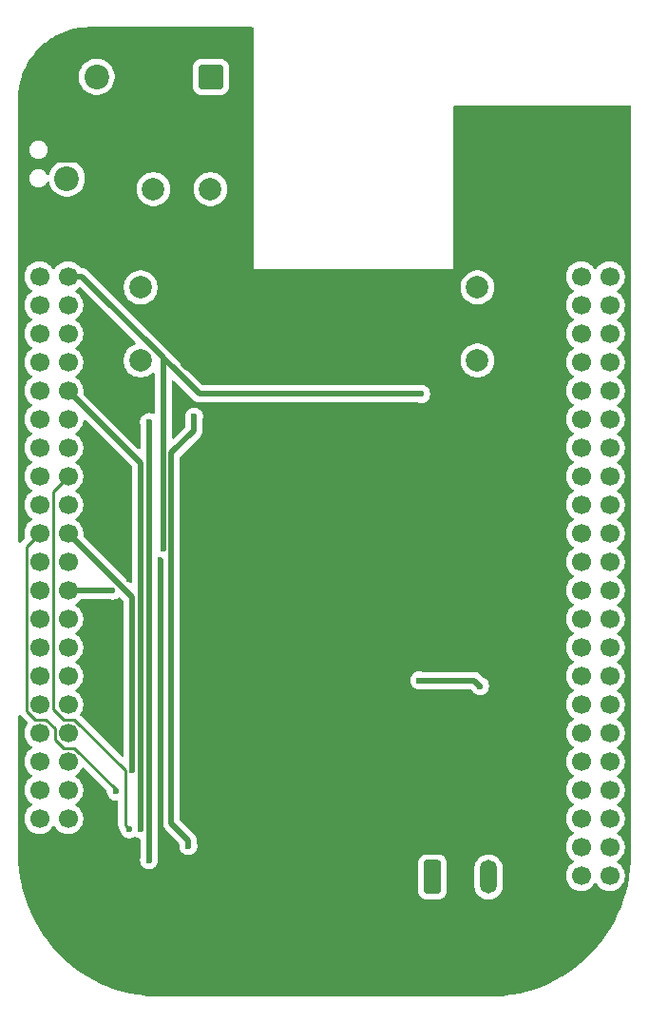
<source format=gbr>
%TF.GenerationSoftware,KiCad,Pcbnew,9.0.1+1*%
%TF.CreationDate,2025-11-20T01:51:51+00:00*%
%TF.ProjectId,com4bbb,636f6d34-6262-4622-9e6b-696361645f70,rev?*%
%TF.SameCoordinates,Original*%
%TF.FileFunction,Copper,L2,Bot*%
%TF.FilePolarity,Positive*%
%FSLAX46Y46*%
G04 Gerber Fmt 4.6, Leading zero omitted, Abs format (unit mm)*
G04 Created by KiCad (PCBNEW 9.0.1+1) date 2025-11-20 01:51:51*
%MOMM*%
%LPD*%
G01*
G04 APERTURE LIST*
G04 Aperture macros list*
%AMRoundRect*
0 Rectangle with rounded corners*
0 $1 Rounding radius*
0 $2 $3 $4 $5 $6 $7 $8 $9 X,Y pos of 4 corners*
0 Add a 4 corners polygon primitive as box body*
4,1,4,$2,$3,$4,$5,$6,$7,$8,$9,$2,$3,0*
0 Add four circle primitives for the rounded corners*
1,1,$1+$1,$2,$3*
1,1,$1+$1,$4,$5*
1,1,$1+$1,$6,$7*
1,1,$1+$1,$8,$9*
0 Add four rect primitives between the rounded corners*
20,1,$1+$1,$2,$3,$4,$5,0*
20,1,$1+$1,$4,$5,$6,$7,0*
20,1,$1+$1,$6,$7,$8,$9,0*
20,1,$1+$1,$8,$9,$2,$3,0*%
G04 Aperture macros list end*
%TA.AperFunction,ComponentPad*%
%ADD10R,1.700000X1.700000*%
%TD*%
%TA.AperFunction,ComponentPad*%
%ADD11C,1.700000*%
%TD*%
%TA.AperFunction,ComponentPad*%
%ADD12RoundRect,0.250001X-0.499999X-1.249999X0.499999X-1.249999X0.499999X1.249999X-0.499999X1.249999X0*%
%TD*%
%TA.AperFunction,ComponentPad*%
%ADD13O,1.500000X3.000000*%
%TD*%
%TA.AperFunction,ComponentPad*%
%ADD14C,2.000000*%
%TD*%
%TA.AperFunction,HeatsinkPad*%
%ADD15C,0.600000*%
%TD*%
%TA.AperFunction,ComponentPad*%
%ADD16RoundRect,0.249999X-0.850001X0.850001X-0.850001X-0.850001X0.850001X-0.850001X0.850001X0.850001X0*%
%TD*%
%TA.AperFunction,ComponentPad*%
%ADD17C,2.200000*%
%TD*%
%TA.AperFunction,ComponentPad*%
%ADD18RoundRect,0.249999X0.850001X0.850001X-0.850001X0.850001X-0.850001X-0.850001X0.850001X-0.850001X0*%
%TD*%
%TA.AperFunction,ViaPad*%
%ADD19C,0.600000*%
%TD*%
%TA.AperFunction,Conductor*%
%ADD20C,0.500000*%
%TD*%
%TA.AperFunction,Conductor*%
%ADD21C,0.250000*%
%TD*%
G04 APERTURE END LIST*
D10*
%TO.P,P8,1,Pin_1*%
%TO.N,GNDD*%
X164630100Y-62382400D03*
D11*
%TO.P,P8,2,Pin_2*%
X167170100Y-62382400D03*
%TO.P,P8,3,Pin_3*%
%TO.N,unconnected-(P8-Pin_3-Pad3)*%
X164630100Y-64922400D03*
%TO.P,P8,4,Pin_4*%
%TO.N,unconnected-(P8-Pin_4-Pad4)*%
X167170100Y-64922400D03*
%TO.P,P8,5,Pin_5*%
%TO.N,unconnected-(P8-Pin_5-Pad5)*%
X164630100Y-67462400D03*
%TO.P,P8,6,Pin_6*%
%TO.N,unconnected-(P8-Pin_6-Pad6)*%
X167170100Y-67462400D03*
%TO.P,P8,7,Pin_7*%
%TO.N,/LED0*%
X164630100Y-70002400D03*
%TO.P,P8,8,Pin_8*%
%TO.N,/LED1*%
X167170100Y-70002400D03*
%TO.P,P8,9,Pin_9*%
%TO.N,/LED2*%
X164630100Y-72542400D03*
%TO.P,P8,10,Pin_10*%
%TO.N,/LED3*%
X167170100Y-72542400D03*
%TO.P,P8,11,Pin_11*%
%TO.N,/LED4*%
X164630100Y-75082400D03*
%TO.P,P8,12,Pin_12*%
%TO.N,/LED5*%
X167170100Y-75082400D03*
%TO.P,P8,13,Pin_13*%
%TO.N,/LED6*%
X164630100Y-77622400D03*
%TO.P,P8,14,Pin_14*%
%TO.N,/LED7*%
X167170100Y-77622400D03*
%TO.P,P8,15,Pin_15*%
%TO.N,/LED8*%
X164630100Y-80162400D03*
%TO.P,P8,16,Pin_16*%
%TO.N,/LED9*%
X167170100Y-80162400D03*
%TO.P,P8,17,Pin_17*%
%TO.N,/LED10*%
X164630100Y-82702400D03*
%TO.P,P8,18,Pin_18*%
%TO.N,/LED11*%
X167170100Y-82702400D03*
%TO.P,P8,19,Pin_19*%
%TO.N,/LED12*%
X164630100Y-85242400D03*
%TO.P,P8,20,Pin_20*%
%TO.N,unconnected-(P8-Pin_20-Pad20)*%
X167170100Y-85242400D03*
%TO.P,P8,21,Pin_21*%
%TO.N,unconnected-(P8-Pin_21-Pad21)*%
X164630100Y-87782400D03*
%TO.P,P8,22,Pin_22*%
%TO.N,unconnected-(P8-Pin_22-Pad22)*%
X167170100Y-87782400D03*
%TO.P,P8,23,Pin_23*%
%TO.N,unconnected-(P8-Pin_23-Pad23)*%
X164630100Y-90322400D03*
%TO.P,P8,24,Pin_24*%
%TO.N,unconnected-(P8-Pin_24-Pad24)*%
X167170100Y-90322400D03*
%TO.P,P8,25,Pin_25*%
%TO.N,unconnected-(P8-Pin_25-Pad25)*%
X164630100Y-92862400D03*
%TO.P,P8,26,Pin_26*%
%TO.N,unconnected-(P8-Pin_26-Pad26)*%
X167170100Y-92862400D03*
%TO.P,P8,27,Pin_27*%
%TO.N,unconnected-(P8-Pin_27-Pad27)*%
X164630100Y-95402400D03*
%TO.P,P8,28,Pin_28*%
%TO.N,unconnected-(P8-Pin_28-Pad28)*%
X167170100Y-95402400D03*
%TO.P,P8,29,Pin_29*%
%TO.N,unconnected-(P8-Pin_29-Pad29)*%
X164630100Y-97942400D03*
%TO.P,P8,30,Pin_30*%
%TO.N,unconnected-(P8-Pin_30-Pad30)*%
X167170100Y-97942400D03*
%TO.P,P8,31,Pin_31*%
%TO.N,unconnected-(P8-Pin_31-Pad31)*%
X164630100Y-100482400D03*
%TO.P,P8,32,Pin_32*%
%TO.N,unconnected-(P8-Pin_32-Pad32)*%
X167170100Y-100482400D03*
%TO.P,P8,33,Pin_33*%
%TO.N,unconnected-(P8-Pin_33-Pad33)*%
X164630100Y-103022400D03*
%TO.P,P8,34,Pin_34*%
%TO.N,unconnected-(P8-Pin_34-Pad34)*%
X167170100Y-103022400D03*
%TO.P,P8,35,Pin_35*%
%TO.N,unconnected-(P8-Pin_35-Pad35)*%
X164630100Y-105562400D03*
%TO.P,P8,36,Pin_36*%
%TO.N,unconnected-(P8-Pin_36-Pad36)*%
X167170100Y-105562400D03*
%TO.P,P8,37,Pin_37*%
%TO.N,unconnected-(P8-Pin_37-Pad37)*%
X164630100Y-108102400D03*
%TO.P,P8,38,Pin_38*%
%TO.N,unconnected-(P8-Pin_38-Pad38)*%
X167170100Y-108102400D03*
%TO.P,P8,39,Pin_39*%
%TO.N,unconnected-(P8-Pin_39-Pad39)*%
X164630100Y-110642400D03*
%TO.P,P8,40,Pin_40*%
%TO.N,unconnected-(P8-Pin_40-Pad40)*%
X167170100Y-110642400D03*
%TO.P,P8,41,Pin_41*%
%TO.N,unconnected-(P8-Pin_41-Pad41)*%
X164630100Y-113182400D03*
%TO.P,P8,42,Pin_42*%
%TO.N,unconnected-(P8-Pin_42-Pad42)*%
X167170100Y-113182400D03*
%TO.P,P8,43,Pin_43*%
%TO.N,unconnected-(P8-Pin_43-Pad43)*%
X164630100Y-115722400D03*
%TO.P,P8,44,Pin_44*%
%TO.N,unconnected-(P8-Pin_44-Pad44)*%
X167170100Y-115722400D03*
%TO.P,P8,45,Pin_45*%
%TO.N,unconnected-(P8-Pin_45-Pad45)*%
X164630100Y-118262400D03*
%TO.P,P8,46,Pin_46*%
%TO.N,unconnected-(P8-Pin_46-Pad46)*%
X167170100Y-118262400D03*
%TD*%
D10*
%TO.P,P9,1,Pin_1*%
%TO.N,GNDD*%
X116370100Y-62382400D03*
D11*
%TO.P,P9,2,Pin_2*%
X118910100Y-62382400D03*
%TO.P,P9,3,Pin_3*%
%TO.N,+3V3*%
X116370100Y-64922400D03*
%TO.P,P9,4,Pin_4*%
X118910100Y-64922400D03*
%TO.P,P9,5,Pin_5*%
%TO.N,+5V*%
X116370100Y-67462400D03*
%TO.P,P9,6,Pin_6*%
X118910100Y-67462400D03*
%TO.P,P9,7,Pin_7*%
%TO.N,SYS_5V*%
X116370100Y-70002400D03*
%TO.P,P9,8,Pin_8*%
X118910100Y-70002400D03*
%TO.P,P9,9,Pin_9*%
%TO.N,PWR_BUT*%
X116370100Y-72542400D03*
%TO.P,P9,10,Pin_10*%
%TO.N,SYS_RESETN*%
X118910100Y-72542400D03*
%TO.P,P9,11,Pin_11*%
%TO.N,/UART4_RXD*%
X116370100Y-75082400D03*
%TO.P,P9,12,Pin_12*%
%TO.N,/GPIO_60*%
X118910100Y-75082400D03*
%TO.P,P9,13,Pin_13*%
%TO.N,/UART4_TXD*%
X116370100Y-77622400D03*
%TO.P,P9,14,Pin_14*%
%TO.N,unconnected-(P9-Pin_14-Pad14)*%
X118910100Y-77622400D03*
%TO.P,P9,15,Pin_15*%
%TO.N,/GPIO_48*%
X116370100Y-80162400D03*
%TO.P,P9,16,Pin_16*%
%TO.N,unconnected-(P9-Pin_16-Pad16)*%
X118910100Y-80162400D03*
%TO.P,P9,17,Pin_17*%
%TO.N,/SPI0_CS0*%
X116370100Y-82702400D03*
%TO.P,P9,18,Pin_18*%
%TO.N,/SPI0_D1*%
X118910100Y-82702400D03*
%TO.P,P9,19,Pin_19*%
%TO.N,/SCL*%
X116370100Y-85242400D03*
%TO.P,P9,20,Pin_20*%
%TO.N,/SDA*%
X118910100Y-85242400D03*
%TO.P,P9,21,Pin_21*%
%TO.N,/SPI0_D0*%
X116370100Y-87782400D03*
%TO.P,P9,22,Pin_22*%
%TO.N,/SPI0_SCLK*%
X118910100Y-87782400D03*
%TO.P,P9,23,Pin_23*%
%TO.N,unconnected-(P9-Pin_23-Pad23)*%
X116370100Y-90322400D03*
%TO.P,P9,24,Pin_24*%
%TO.N,/UART1_TXD*%
X118910100Y-90322400D03*
%TO.P,P9,25,Pin_25*%
%TO.N,unconnected-(P9-Pin_25-Pad25)*%
X116370100Y-92862400D03*
%TO.P,P9,26,Pin_26*%
%TO.N,/UART1_RXD*%
X118910100Y-92862400D03*
%TO.P,P9,27,Pin_27*%
%TO.N,/GPIO_125*%
X116370100Y-95402400D03*
%TO.P,P9,28,Pin_28*%
%TO.N,unconnected-(P9-Pin_28-Pad28)*%
X118910100Y-95402400D03*
%TO.P,P9,29,Pin_29*%
%TO.N,unconnected-(P9-Pin_29-Pad29)*%
X116370100Y-97942400D03*
%TO.P,P9,30,Pin_30*%
%TO.N,/GPIO_122*%
X118910100Y-97942400D03*
%TO.P,P9,31,Pin_31*%
%TO.N,unconnected-(P9-Pin_31-Pad31)*%
X116370100Y-100482400D03*
%TO.P,P9,32,Pin_32*%
%TO.N,VDD_ADC*%
X118910100Y-100482400D03*
%TO.P,P9,33,Pin_33*%
%TO.N,unconnected-(P9-Pin_33-Pad33)*%
X116370100Y-103022400D03*
%TO.P,P9,34,Pin_34*%
%TO.N,GNDA_ADC*%
X118910100Y-103022400D03*
%TO.P,P9,35,Pin_35*%
%TO.N,unconnected-(P9-Pin_35-Pad35)*%
X116370100Y-105562400D03*
%TO.P,P9,36,Pin_36*%
%TO.N,unconnected-(P9-Pin_36-Pad36)*%
X118910100Y-105562400D03*
%TO.P,P9,37,Pin_37*%
%TO.N,unconnected-(P9-Pin_37-Pad37)*%
X116370100Y-108102400D03*
%TO.P,P9,38,Pin_38*%
%TO.N,unconnected-(P9-Pin_38-Pad38)*%
X118910100Y-108102400D03*
%TO.P,P9,39,Pin_39*%
%TO.N,unconnected-(P9-Pin_39-Pad39)*%
X116370100Y-110642400D03*
%TO.P,P9,40,Pin_40*%
%TO.N,unconnected-(P9-Pin_40-Pad40)*%
X118910100Y-110642400D03*
%TO.P,P9,41,Pin_41*%
%TO.N,/GPIO_20*%
X116370100Y-113182400D03*
%TO.P,P9,42,Pin_42*%
%TO.N,unconnected-(P9-Pin_42-Pad42)*%
X118910100Y-113182400D03*
%TO.P,P9,43,Pin_43*%
%TO.N,GNDD*%
X116370100Y-115722400D03*
%TO.P,P9,44,Pin_44*%
X118910100Y-115722400D03*
%TO.P,P9,45,Pin_45*%
X116370100Y-118262400D03*
%TO.P,P9,46,Pin_46*%
X118910100Y-118262400D03*
%TD*%
D12*
%TO.P,J102,1,Pin_1*%
%TO.N,Net-(J102-Pin_1)*%
X151370100Y-118382400D03*
D13*
%TO.P,J102,2,Pin_2*%
%TO.N,Net-(J102-Pin_2)*%
X156370100Y-118382400D03*
%TD*%
D14*
%TO.P,SW101,1,1*%
%TO.N,SYS_RESETN*%
X155370100Y-72382400D03*
X155370100Y-65882400D03*
%TO.P,SW101,2,2*%
%TO.N,GNDD*%
X159870100Y-72382400D03*
X159870100Y-65882400D03*
%TD*%
%TO.P,SW102,1,1*%
%TO.N,PWR_BUT*%
X125370100Y-72382400D03*
X125370100Y-65882400D03*
%TO.P,SW102,2,2*%
%TO.N,GNDD*%
X129870100Y-72382400D03*
X129870100Y-65882400D03*
%TD*%
D15*
%TO.P,U104,39,GND*%
%TO.N,GNDD*%
X139270100Y-113772400D03*
X139270100Y-112372400D03*
X138570100Y-114472400D03*
X138570100Y-113072400D03*
X138570100Y-111672400D03*
X137870100Y-113772400D03*
X137870100Y-112372400D03*
X137170100Y-114472400D03*
X137170100Y-113072400D03*
X137170100Y-111672400D03*
X136470100Y-113772400D03*
X136470100Y-112372400D03*
%TD*%
D16*
%TO.P,J101,1,Pin_1*%
%TO.N,GNDD*%
X118807500Y-53632400D03*
D17*
%TO.P,J101,2,Pin_2*%
%TO.N,Net-(D114-A)*%
X118807500Y-56172400D03*
%TD*%
D14*
%TO.P,U101,1,Vin*%
%TO.N,Net-(D114-K)*%
X126500000Y-57132400D03*
%TO.P,U101,2,GND*%
%TO.N,GNDD*%
X129040000Y-57132400D03*
%TO.P,U101,3,Vout*%
%TO.N,+5V*%
X131580000Y-57132400D03*
%TD*%
D18*
%TO.P,D114,1,K*%
%TO.N,Net-(D114-K)*%
X131620100Y-47132400D03*
D17*
%TO.P,D114,2,A*%
%TO.N,Net-(D114-A)*%
X121460100Y-47132400D03*
%TD*%
D19*
%TO.N,GNDD*%
X121870100Y-95882400D03*
X144870100Y-97632400D03*
X122620100Y-74882400D03*
X129870100Y-92882400D03*
X129370100Y-97632400D03*
X123370100Y-103882400D03*
X139370100Y-95132400D03*
X121370100Y-69632400D03*
X122870100Y-106132400D03*
X136870100Y-108132400D03*
X121870100Y-99382400D03*
X123620100Y-84132400D03*
X123120100Y-70132400D03*
X121620100Y-114632400D03*
X121370100Y-104632400D03*
X132620100Y-106882400D03*
X120870100Y-82632400D03*
X120870100Y-87382400D03*
X120870100Y-101382400D03*
X137870100Y-90382400D03*
X121120100Y-72382400D03*
X123270100Y-100982400D03*
X135620100Y-98132400D03*
X123870100Y-86882400D03*
X124370100Y-91882400D03*
X123120100Y-72632400D03*
X141870100Y-106882400D03*
X121120100Y-74632400D03*
X121370100Y-110882400D03*
X121120100Y-94632400D03*
X121620100Y-80132400D03*
X141870100Y-115382400D03*
X126120100Y-120632400D03*
%TO.N,+3V3*%
X150370100Y-75382400D03*
X127370100Y-82382400D03*
X127370100Y-89132400D03*
%TO.N,/SPI0_D1*%
X124370100Y-114132400D03*
%TO.N,/SPI0_D0*%
X123170099Y-110772399D03*
%TO.N,/GPIO_60*%
X125370100Y-114132400D03*
%TO.N,/SPI0_SCLK*%
X124620100Y-108882400D03*
%TO.N,/UART1_RXD*%
X150215149Y-100880796D03*
X122870100Y-92882400D03*
X155620100Y-101382400D03*
%TO.N,Net-(JP101-C)*%
X126120100Y-77882400D03*
X126120100Y-116882400D03*
%TO.N,Net-(JP102-C)*%
X129620100Y-115632400D03*
X130120100Y-77382400D03*
%TD*%
D20*
%TO.N,+3V3*%
X130591414Y-75382400D02*
X150370100Y-75382400D01*
X120131414Y-64922400D02*
X130591414Y-75382400D01*
X127370100Y-72161086D02*
X127370100Y-82382400D01*
X118910100Y-64922400D02*
X120131414Y-64922400D01*
X120131414Y-64922400D02*
X127370100Y-72161086D01*
X127370100Y-82382400D02*
X127370100Y-89132400D01*
D21*
%TO.N,/SPI0_D1*%
X118502369Y-104373799D02*
X119480629Y-104373799D01*
X118910100Y-82702400D02*
X117558701Y-84053799D01*
X117558701Y-84053799D02*
X117558701Y-103430131D01*
X119480629Y-104373799D02*
X123995099Y-108888269D01*
X123995099Y-113757399D02*
X124370100Y-114132400D01*
X117558701Y-103430131D02*
X118502369Y-104373799D01*
X123995099Y-108888269D02*
X123995099Y-113757399D01*
%TO.N,/SPI0_D0*%
X117721499Y-106132929D02*
X118502369Y-106913799D01*
X117721499Y-105154669D02*
X117721499Y-106132929D01*
X116940629Y-104373799D02*
X117721499Y-105154669D01*
X119480629Y-106913799D02*
X123170099Y-110603269D01*
X115962369Y-104373799D02*
X116940629Y-104373799D01*
X115181499Y-103592929D02*
X115962369Y-104373799D01*
X123170099Y-110603269D02*
X123170099Y-110772399D01*
X118502369Y-106913799D02*
X119480629Y-106913799D01*
X115181499Y-88971001D02*
X115181499Y-103592929D01*
X116370100Y-87782400D02*
X115181499Y-88971001D01*
D20*
%TO.N,/GPIO_60*%
X118910100Y-75082400D02*
X125370100Y-81542400D01*
X125370100Y-81542400D02*
X125370100Y-114132400D01*
%TO.N,/SPI0_SCLK*%
X124620100Y-93492400D02*
X124620100Y-108882400D01*
X118910100Y-87782400D02*
X124620100Y-93492400D01*
%TO.N,/UART1_RXD*%
X118910100Y-92862400D02*
X122850100Y-92862400D01*
X122850100Y-92862400D02*
X122870100Y-92882400D01*
X150215149Y-100880796D02*
X155118496Y-100880796D01*
X155118496Y-100880796D02*
X155620100Y-101382400D01*
%TO.N,Net-(JP101-C)*%
X126120100Y-116882400D02*
X126120100Y-77882400D01*
%TO.N,Net-(JP102-C)*%
X128120101Y-113632399D02*
X129620100Y-115132398D01*
X130120100Y-78632402D02*
X128120101Y-80632401D01*
X129620100Y-115132398D02*
X129620100Y-115632400D01*
X130120100Y-77382400D02*
X130120100Y-78632402D01*
X128120101Y-80632401D02*
X128120101Y-113632399D01*
%TD*%
%TA.AperFunction,Conductor*%
%TO.N,GNDD*%
G36*
X135360451Y-42719172D02*
G01*
X135406944Y-42772828D01*
X135418330Y-42825170D01*
X135418330Y-64288134D01*
X135419365Y-64289169D01*
X135419367Y-64289170D01*
X153200833Y-64289170D01*
X153201870Y-64288133D01*
X153201870Y-49810170D01*
X153221872Y-49742049D01*
X153275528Y-49695556D01*
X153327870Y-49684170D01*
X168947330Y-49684170D01*
X169015451Y-49704172D01*
X169061944Y-49757828D01*
X169073330Y-49810170D01*
X169073330Y-116355686D01*
X169073284Y-116359098D01*
X169055413Y-117018775D01*
X169055261Y-117022427D01*
X169052521Y-117071220D01*
X169052303Y-117074382D01*
X169000710Y-117707989D01*
X169000333Y-117711873D01*
X168995377Y-117755852D01*
X168995017Y-117758752D01*
X168908437Y-118394217D01*
X168907809Y-118398315D01*
X168901724Y-118434125D01*
X168901248Y-118436761D01*
X168778743Y-119075198D01*
X168777840Y-119079494D01*
X168772389Y-119103374D01*
X168771825Y-119105742D01*
X168611911Y-119748773D01*
X168610713Y-119753238D01*
X168608539Y-119760786D01*
X168607911Y-119762897D01*
X168409619Y-120408701D01*
X168407440Y-120415168D01*
X168172635Y-121054300D01*
X168170109Y-121060639D01*
X167901050Y-121686109D01*
X167898185Y-121692302D01*
X167595658Y-122302294D01*
X167592462Y-122308323D01*
X167257347Y-122901054D01*
X167253828Y-122906902D01*
X166887126Y-123480600D01*
X166883297Y-123486248D01*
X166486058Y-124039277D01*
X166481928Y-124044709D01*
X166055345Y-124575402D01*
X166050927Y-124580603D01*
X165596234Y-125087428D01*
X165591541Y-125092382D01*
X165110082Y-125573841D01*
X165105128Y-125578534D01*
X164598303Y-126033227D01*
X164593102Y-126037645D01*
X164062409Y-126464228D01*
X164056977Y-126468358D01*
X163503948Y-126865597D01*
X163498300Y-126869426D01*
X162924602Y-127236128D01*
X162918754Y-127239647D01*
X162326023Y-127574762D01*
X162319994Y-127577958D01*
X161710002Y-127880485D01*
X161703809Y-127883350D01*
X161078339Y-128152409D01*
X161072000Y-128154935D01*
X160432868Y-128389740D01*
X160426401Y-128391919D01*
X159780597Y-128590211D01*
X159778486Y-128590839D01*
X159770938Y-128593013D01*
X159766473Y-128594211D01*
X159123442Y-128754125D01*
X159121074Y-128754689D01*
X159097194Y-128760140D01*
X159092898Y-128761043D01*
X158454461Y-128883548D01*
X158451825Y-128884024D01*
X158416015Y-128890109D01*
X158411917Y-128890737D01*
X157776452Y-128977317D01*
X157773552Y-128977677D01*
X157729573Y-128982633D01*
X157725689Y-128983010D01*
X157092082Y-129034603D01*
X157088920Y-129034821D01*
X157040127Y-129037561D01*
X157036475Y-129037713D01*
X156376798Y-129055584D01*
X156373386Y-129055630D01*
X127166814Y-129055630D01*
X127163402Y-129055584D01*
X126503723Y-129037713D01*
X126500071Y-129037561D01*
X126451278Y-129034821D01*
X126448116Y-129034603D01*
X125814509Y-128983010D01*
X125810625Y-128982633D01*
X125766646Y-128977677D01*
X125763746Y-128977317D01*
X125128281Y-128890737D01*
X125124183Y-128890109D01*
X125088373Y-128884024D01*
X125085737Y-128883548D01*
X124447300Y-128761043D01*
X124443004Y-128760140D01*
X124419124Y-128754689D01*
X124416756Y-128754125D01*
X123773725Y-128594211D01*
X123769260Y-128593013D01*
X123761712Y-128590839D01*
X123759601Y-128590211D01*
X123113798Y-128391919D01*
X123107331Y-128389740D01*
X122468199Y-128154935D01*
X122461860Y-128152409D01*
X121836390Y-127883350D01*
X121830197Y-127880485D01*
X121220205Y-127577958D01*
X121214176Y-127574762D01*
X120621445Y-127239647D01*
X120615597Y-127236128D01*
X120041899Y-126869426D01*
X120036251Y-126865597D01*
X119483222Y-126468358D01*
X119477790Y-126464228D01*
X118947097Y-126037645D01*
X118941896Y-126033227D01*
X118435071Y-125578534D01*
X118430117Y-125573841D01*
X117948658Y-125092382D01*
X117943965Y-125087428D01*
X117489272Y-124580603D01*
X117484854Y-124575402D01*
X117278033Y-124318105D01*
X117058260Y-124044695D01*
X117054152Y-124039291D01*
X116656902Y-123486248D01*
X116653073Y-123480600D01*
X116572249Y-123354153D01*
X116286362Y-122906888D01*
X116282860Y-122901068D01*
X115947731Y-122308313D01*
X115944541Y-122302294D01*
X115642014Y-121692302D01*
X115639149Y-121686109D01*
X115506805Y-121378454D01*
X115370080Y-121060615D01*
X115367573Y-121054323D01*
X115132757Y-120415164D01*
X115130580Y-120408701D01*
X115121856Y-120380287D01*
X114932248Y-119762766D01*
X114931693Y-119760902D01*
X114929477Y-119753210D01*
X114928298Y-119748814D01*
X114911919Y-119682952D01*
X150111599Y-119682952D01*
X150122212Y-119786821D01*
X150122212Y-119786823D01*
X150122213Y-119786825D01*
X150177985Y-119955138D01*
X150262607Y-120092330D01*
X150271070Y-120106051D01*
X150271075Y-120106057D01*
X150396442Y-120231424D01*
X150396448Y-120231429D01*
X150396449Y-120231430D01*
X150547362Y-120324515D01*
X150715675Y-120380287D01*
X150744006Y-120383181D01*
X150819548Y-120390900D01*
X150819556Y-120390900D01*
X151920652Y-120390900D01*
X151989898Y-120383824D01*
X152024525Y-120380287D01*
X152192838Y-120324515D01*
X152343751Y-120231430D01*
X152469130Y-120106051D01*
X152562215Y-119955138D01*
X152617987Y-119786825D01*
X152621875Y-119748773D01*
X152628600Y-119682952D01*
X152628600Y-117533354D01*
X155111600Y-117533354D01*
X155111600Y-119231446D01*
X155142588Y-119427100D01*
X155203802Y-119615497D01*
X155293734Y-119791998D01*
X155293736Y-119792001D01*
X155410171Y-119952260D01*
X155550239Y-120092328D01*
X155655513Y-120168814D01*
X155710502Y-120208766D01*
X155887003Y-120298698D01*
X156075400Y-120359912D01*
X156271054Y-120390900D01*
X156271057Y-120390900D01*
X156469143Y-120390900D01*
X156469146Y-120390900D01*
X156664800Y-120359912D01*
X156853197Y-120298698D01*
X157029698Y-120208766D01*
X157189958Y-120092330D01*
X157330030Y-119952258D01*
X157446466Y-119791998D01*
X157536398Y-119615497D01*
X157597612Y-119427100D01*
X157628600Y-119231446D01*
X157628600Y-117533354D01*
X157597612Y-117337700D01*
X157536398Y-117149303D01*
X157446466Y-116972802D01*
X157330030Y-116812542D01*
X157330028Y-116812539D01*
X157189960Y-116672471D01*
X157029701Y-116556036D01*
X157029700Y-116556035D01*
X157029698Y-116556034D01*
X156853197Y-116466102D01*
X156664800Y-116404888D01*
X156469146Y-116373900D01*
X156271054Y-116373900D01*
X156075400Y-116404888D01*
X156075397Y-116404888D01*
X156075396Y-116404889D01*
X155887003Y-116466102D01*
X155887001Y-116466103D01*
X155710498Y-116556036D01*
X155550239Y-116672471D01*
X155410171Y-116812539D01*
X155293736Y-116972798D01*
X155203803Y-117149301D01*
X155203802Y-117149303D01*
X155178819Y-117226194D01*
X155142588Y-117337700D01*
X155111600Y-117533354D01*
X152628600Y-117533354D01*
X152628600Y-117081847D01*
X152617987Y-116977978D01*
X152617987Y-116977975D01*
X152562215Y-116809662D01*
X152469130Y-116658749D01*
X152469129Y-116658748D01*
X152469124Y-116658742D01*
X152343757Y-116533375D01*
X152343751Y-116533370D01*
X152234695Y-116466103D01*
X152192838Y-116440285D01*
X152024525Y-116384513D01*
X152024523Y-116384512D01*
X152024521Y-116384512D01*
X151920652Y-116373900D01*
X151920644Y-116373900D01*
X150819556Y-116373900D01*
X150819548Y-116373900D01*
X150715678Y-116384512D01*
X150547362Y-116440285D01*
X150547360Y-116440286D01*
X150396448Y-116533370D01*
X150396442Y-116533375D01*
X150271075Y-116658742D01*
X150271070Y-116658748D01*
X150177986Y-116809660D01*
X150177985Y-116809662D01*
X150122212Y-116977978D01*
X150111600Y-117081847D01*
X150111600Y-119682952D01*
X150111599Y-119682952D01*
X114911919Y-119682952D01*
X114768370Y-119105730D01*
X114767809Y-119103374D01*
X114762358Y-119079494D01*
X114761463Y-119075239D01*
X114638947Y-118436746D01*
X114638474Y-118434125D01*
X114632389Y-118398315D01*
X114631768Y-118394267D01*
X114545173Y-117758688D01*
X114544821Y-117755852D01*
X114539859Y-117711821D01*
X114539498Y-117708094D01*
X114487887Y-117074278D01*
X114487683Y-117071316D01*
X114484933Y-117022352D01*
X114484788Y-117018856D01*
X114466916Y-116359098D01*
X114466870Y-116355686D01*
X114466870Y-104077720D01*
X114486872Y-104009599D01*
X114540528Y-103963106D01*
X114610802Y-103953002D01*
X114675382Y-103982496D01*
X114685030Y-103992405D01*
X114685051Y-103992385D01*
X115273019Y-104580353D01*
X115307045Y-104642665D01*
X115301980Y-104713480D01*
X115285860Y-104743509D01*
X115208208Y-104850387D01*
X115111129Y-105040915D01*
X115111126Y-105040921D01*
X115045052Y-105244278D01*
X115045051Y-105244283D01*
X115045051Y-105244284D01*
X115011600Y-105455484D01*
X115011600Y-105669316D01*
X115045051Y-105880516D01*
X115045052Y-105880521D01*
X115111126Y-106083878D01*
X115111128Y-106083883D01*
X115208206Y-106274409D01*
X115333894Y-106447404D01*
X115333896Y-106447406D01*
X115333898Y-106447409D01*
X115485090Y-106598601D01*
X115485093Y-106598603D01*
X115485096Y-106598606D01*
X115658091Y-106724294D01*
X115658096Y-106724296D01*
X115659188Y-106724966D01*
X115659518Y-106725331D01*
X115662096Y-106727204D01*
X115661702Y-106727745D01*
X115706821Y-106777613D01*
X115718428Y-106847655D01*
X115690326Y-106912853D01*
X115661970Y-106937423D01*
X115662096Y-106937596D01*
X115660082Y-106939058D01*
X115659188Y-106939834D01*
X115658087Y-106940508D01*
X115485093Y-107066196D01*
X115485090Y-107066198D01*
X115333898Y-107217390D01*
X115333896Y-107217393D01*
X115208208Y-107390387D01*
X115111129Y-107580915D01*
X115111126Y-107580921D01*
X115045052Y-107784278D01*
X115045051Y-107784283D01*
X115045051Y-107784284D01*
X115011600Y-107995484D01*
X115011600Y-108209316D01*
X115045051Y-108420516D01*
X115045052Y-108420521D01*
X115111126Y-108623878D01*
X115111128Y-108623883D01*
X115208206Y-108814409D01*
X115333894Y-108987404D01*
X115333896Y-108987406D01*
X115333898Y-108987409D01*
X115485090Y-109138601D01*
X115485093Y-109138603D01*
X115485096Y-109138606D01*
X115658091Y-109264294D01*
X115658096Y-109264296D01*
X115659188Y-109264966D01*
X115659518Y-109265331D01*
X115662096Y-109267204D01*
X115661702Y-109267745D01*
X115706821Y-109317613D01*
X115718428Y-109387655D01*
X115690326Y-109452853D01*
X115661970Y-109477423D01*
X115662096Y-109477596D01*
X115660082Y-109479058D01*
X115659188Y-109479834D01*
X115658087Y-109480508D01*
X115485093Y-109606196D01*
X115485090Y-109606198D01*
X115333898Y-109757390D01*
X115333896Y-109757393D01*
X115208208Y-109930387D01*
X115111129Y-110120915D01*
X115111126Y-110120921D01*
X115045052Y-110324278D01*
X115045051Y-110324283D01*
X115045051Y-110324284D01*
X115011600Y-110535484D01*
X115011600Y-110749316D01*
X115027869Y-110852031D01*
X115045052Y-110960521D01*
X115108361Y-111155367D01*
X115111128Y-111163883D01*
X115208206Y-111354409D01*
X115333894Y-111527404D01*
X115333896Y-111527406D01*
X115333898Y-111527409D01*
X115485090Y-111678601D01*
X115485093Y-111678603D01*
X115485096Y-111678606D01*
X115658091Y-111804294D01*
X115658096Y-111804296D01*
X115659188Y-111804966D01*
X115659518Y-111805331D01*
X115662096Y-111807204D01*
X115661702Y-111807745D01*
X115706821Y-111857613D01*
X115718428Y-111927655D01*
X115690326Y-111992853D01*
X115661970Y-112017423D01*
X115662096Y-112017596D01*
X115660082Y-112019058D01*
X115659188Y-112019834D01*
X115658087Y-112020508D01*
X115485093Y-112146196D01*
X115485090Y-112146198D01*
X115333898Y-112297390D01*
X115333896Y-112297393D01*
X115208208Y-112470387D01*
X115111129Y-112660915D01*
X115111126Y-112660921D01*
X115045052Y-112864278D01*
X115045051Y-112864283D01*
X115045051Y-112864284D01*
X115011600Y-113075484D01*
X115011600Y-113289316D01*
X115012154Y-113292811D01*
X115045052Y-113500521D01*
X115108243Y-113695005D01*
X115111128Y-113703883D01*
X115208206Y-113894409D01*
X115333894Y-114067404D01*
X115333896Y-114067406D01*
X115333898Y-114067409D01*
X115485090Y-114218601D01*
X115485093Y-114218603D01*
X115485096Y-114218606D01*
X115658091Y-114344294D01*
X115848617Y-114441372D01*
X116051978Y-114507447D01*
X116051979Y-114507447D01*
X116051984Y-114507449D01*
X116263184Y-114540900D01*
X116263187Y-114540900D01*
X116477013Y-114540900D01*
X116477016Y-114540900D01*
X116688216Y-114507449D01*
X116891583Y-114441372D01*
X117082109Y-114344294D01*
X117255104Y-114218606D01*
X117406306Y-114067404D01*
X117531994Y-113894409D01*
X117531999Y-113894397D01*
X117532661Y-113893320D01*
X117533024Y-113892991D01*
X117534904Y-113890404D01*
X117535447Y-113890798D01*
X117585304Y-113845683D01*
X117655344Y-113834070D01*
X117720545Y-113862166D01*
X117745121Y-113890530D01*
X117745296Y-113890404D01*
X117746768Y-113892430D01*
X117747539Y-113893320D01*
X117748205Y-113894407D01*
X117748206Y-113894409D01*
X117873894Y-114067404D01*
X117873896Y-114067406D01*
X117873898Y-114067409D01*
X118025090Y-114218601D01*
X118025093Y-114218603D01*
X118025096Y-114218606D01*
X118198091Y-114344294D01*
X118388617Y-114441372D01*
X118591978Y-114507447D01*
X118591979Y-114507447D01*
X118591984Y-114507449D01*
X118803184Y-114540900D01*
X118803187Y-114540900D01*
X119017013Y-114540900D01*
X119017016Y-114540900D01*
X119228216Y-114507449D01*
X119431583Y-114441372D01*
X119622109Y-114344294D01*
X119795104Y-114218606D01*
X119946306Y-114067404D01*
X120071994Y-113894409D01*
X120169072Y-113703883D01*
X120235149Y-113500516D01*
X120268600Y-113289316D01*
X120268600Y-113075484D01*
X120235149Y-112864284D01*
X120169072Y-112660917D01*
X120071994Y-112470391D01*
X119946306Y-112297396D01*
X119946303Y-112297393D01*
X119946301Y-112297390D01*
X119795109Y-112146198D01*
X119795106Y-112146196D01*
X119795104Y-112146194D01*
X119622109Y-112020506D01*
X119622107Y-112020505D01*
X119621020Y-112019839D01*
X119620691Y-112019475D01*
X119618104Y-112017596D01*
X119618498Y-112017052D01*
X119573383Y-111967196D01*
X119561770Y-111897156D01*
X119589866Y-111831955D01*
X119618230Y-111807378D01*
X119618104Y-111807204D01*
X119620130Y-111805731D01*
X119621020Y-111804961D01*
X119622097Y-111804299D01*
X119622109Y-111804294D01*
X119795104Y-111678606D01*
X119946306Y-111527404D01*
X120071994Y-111354409D01*
X120169072Y-111163883D01*
X120235149Y-110960516D01*
X120268600Y-110749316D01*
X120268600Y-110535484D01*
X120235149Y-110324284D01*
X120169072Y-110120917D01*
X120071994Y-109930391D01*
X119946306Y-109757396D01*
X119946303Y-109757393D01*
X119946301Y-109757390D01*
X119795109Y-109606198D01*
X119795106Y-109606196D01*
X119795104Y-109606194D01*
X119622109Y-109480506D01*
X119622107Y-109480505D01*
X119621020Y-109479839D01*
X119620691Y-109479475D01*
X119618104Y-109477596D01*
X119618498Y-109477052D01*
X119573383Y-109427196D01*
X119561770Y-109357156D01*
X119589866Y-109291955D01*
X119618230Y-109267378D01*
X119618104Y-109267204D01*
X119620130Y-109265731D01*
X119621020Y-109264961D01*
X119622097Y-109264299D01*
X119622109Y-109264294D01*
X119795104Y-109138606D01*
X119946306Y-108987404D01*
X120071994Y-108814409D01*
X120132781Y-108695107D01*
X120181528Y-108643494D01*
X120250443Y-108626428D01*
X120317645Y-108649329D01*
X120334142Y-108663217D01*
X122324694Y-110653769D01*
X122358720Y-110716081D01*
X122361599Y-110742864D01*
X122361599Y-110852029D01*
X122392669Y-111008230D01*
X122453616Y-111155367D01*
X122459307Y-111163884D01*
X122542097Y-111287789D01*
X122542102Y-111287795D01*
X122654702Y-111400395D01*
X122654708Y-111400400D01*
X122654710Y-111400402D01*
X122787131Y-111488882D01*
X122934268Y-111549829D01*
X123090469Y-111580899D01*
X123090470Y-111580899D01*
X123235599Y-111580899D01*
X123303720Y-111600901D01*
X123350213Y-111654557D01*
X123361599Y-111706899D01*
X123361599Y-113695005D01*
X123361599Y-113819793D01*
X123385944Y-113942184D01*
X123433699Y-114057474D01*
X123503028Y-114161232D01*
X123503030Y-114161234D01*
X123536502Y-114194706D01*
X123570528Y-114257018D01*
X123570986Y-114259219D01*
X123592670Y-114368231D01*
X123653617Y-114515368D01*
X123742097Y-114647789D01*
X123742098Y-114647790D01*
X123742103Y-114647796D01*
X123854703Y-114760396D01*
X123854709Y-114760401D01*
X123854711Y-114760403D01*
X123987132Y-114848883D01*
X124134269Y-114909830D01*
X124290470Y-114940900D01*
X124290471Y-114940900D01*
X124449729Y-114940900D01*
X124449730Y-114940900D01*
X124605931Y-114909830D01*
X124753068Y-114848883D01*
X124800099Y-114817457D01*
X124867850Y-114796243D01*
X124936317Y-114815026D01*
X124940075Y-114817441D01*
X124987132Y-114848883D01*
X125134269Y-114909830D01*
X125260181Y-114934875D01*
X125323091Y-114967782D01*
X125358223Y-115029477D01*
X125361600Y-115058454D01*
X125361600Y-116575804D01*
X125352009Y-116624022D01*
X125342672Y-116646562D01*
X125342670Y-116646568D01*
X125311600Y-116802767D01*
X125311600Y-116962032D01*
X125327135Y-117040130D01*
X125342670Y-117118231D01*
X125403617Y-117265368D01*
X125478467Y-117377390D01*
X125492098Y-117397790D01*
X125492103Y-117397796D01*
X125604703Y-117510396D01*
X125604709Y-117510401D01*
X125604711Y-117510403D01*
X125737132Y-117598883D01*
X125884269Y-117659830D01*
X126040470Y-117690900D01*
X126040471Y-117690900D01*
X126199729Y-117690900D01*
X126199730Y-117690900D01*
X126355931Y-117659830D01*
X126503068Y-117598883D01*
X126635489Y-117510403D01*
X126748103Y-117397789D01*
X126836583Y-117265368D01*
X126897530Y-117118231D01*
X126928600Y-116962030D01*
X126928600Y-116802770D01*
X126897530Y-116646569D01*
X126888191Y-116624022D01*
X126878600Y-116575804D01*
X126878600Y-89992500D01*
X126886036Y-89967171D01*
X126889598Y-89941017D01*
X126895876Y-89933660D01*
X126898602Y-89924379D01*
X126918553Y-89907091D01*
X126935688Y-89887015D01*
X126944947Y-89884220D01*
X126952258Y-89877886D01*
X126978390Y-89874128D01*
X127003657Y-89866504D01*
X127015439Y-89868801D01*
X127022532Y-89867782D01*
X127039192Y-89871342D01*
X127046143Y-89873326D01*
X127134269Y-89909830D01*
X127265235Y-89935880D01*
X127270193Y-89937296D01*
X127296013Y-89953617D01*
X127323092Y-89967782D01*
X127325719Y-89972395D01*
X127330205Y-89975231D01*
X127343103Y-90002924D01*
X127358224Y-90029477D01*
X127359142Y-90037359D01*
X127360181Y-90039589D01*
X127359761Y-90042669D01*
X127361601Y-90058454D01*
X127361601Y-113707110D01*
X127373746Y-113768163D01*
X127376175Y-113780375D01*
X127390750Y-113853646D01*
X127447927Y-113991683D01*
X127530935Y-114115914D01*
X127530939Y-114115918D01*
X128789890Y-115374869D01*
X128823916Y-115437181D01*
X128824374Y-115488544D01*
X128811600Y-115552762D01*
X128811600Y-115552770D01*
X128811600Y-115712030D01*
X128842670Y-115868231D01*
X128903617Y-116015368D01*
X128920424Y-116040521D01*
X128992098Y-116147790D01*
X128992103Y-116147796D01*
X129104703Y-116260396D01*
X129104709Y-116260401D01*
X129104711Y-116260403D01*
X129237132Y-116348883D01*
X129384269Y-116409830D01*
X129540470Y-116440900D01*
X129540471Y-116440900D01*
X129699729Y-116440900D01*
X129699730Y-116440900D01*
X129855931Y-116409830D01*
X130003068Y-116348883D01*
X130135489Y-116260403D01*
X130248103Y-116147789D01*
X130336583Y-116015368D01*
X130397530Y-115868231D01*
X130428600Y-115712030D01*
X130428600Y-115552770D01*
X130397530Y-115396569D01*
X130388191Y-115374022D01*
X130378600Y-115325804D01*
X130378600Y-115057691D01*
X130378599Y-115057688D01*
X130375603Y-115042626D01*
X130349451Y-114911152D01*
X130348903Y-114909830D01*
X130292274Y-114773114D01*
X130209266Y-114648883D01*
X128915506Y-113355123D01*
X128881480Y-113292811D01*
X128878601Y-113266028D01*
X128878601Y-100801163D01*
X149406649Y-100801163D01*
X149406649Y-100960428D01*
X149415292Y-101003878D01*
X149437719Y-101116627D01*
X149498666Y-101263764D01*
X149567917Y-101367406D01*
X149587147Y-101396186D01*
X149587152Y-101396192D01*
X149699752Y-101508792D01*
X149699758Y-101508797D01*
X149699760Y-101508799D01*
X149832181Y-101597279D01*
X149979318Y-101658226D01*
X150135519Y-101689296D01*
X150135520Y-101689296D01*
X150294778Y-101689296D01*
X150294779Y-101689296D01*
X150450980Y-101658226D01*
X150473524Y-101648887D01*
X150521742Y-101639296D01*
X154752125Y-101639296D01*
X154782040Y-101648079D01*
X154812510Y-101654708D01*
X154817605Y-101658522D01*
X154820246Y-101659298D01*
X154841220Y-101676201D01*
X154866964Y-101701945D01*
X154894277Y-101742821D01*
X154903614Y-101765363D01*
X154903616Y-101765367D01*
X154992098Y-101897790D01*
X154992103Y-101897796D01*
X155104703Y-102010396D01*
X155104709Y-102010401D01*
X155104711Y-102010403D01*
X155237132Y-102098883D01*
X155384269Y-102159830D01*
X155540470Y-102190900D01*
X155540471Y-102190900D01*
X155699729Y-102190900D01*
X155699730Y-102190900D01*
X155855931Y-102159830D01*
X156003068Y-102098883D01*
X156135489Y-102010403D01*
X156248103Y-101897789D01*
X156336583Y-101765368D01*
X156397530Y-101618231D01*
X156428600Y-101462030D01*
X156428600Y-101302770D01*
X156397530Y-101146569D01*
X156336583Y-100999432D01*
X156248103Y-100867011D01*
X156248101Y-100867009D01*
X156248096Y-100867003D01*
X156135496Y-100754403D01*
X156135490Y-100754398D01*
X156003067Y-100665916D01*
X156003063Y-100665914D01*
X155980521Y-100656577D01*
X155939645Y-100629264D01*
X155602015Y-100291634D01*
X155602011Y-100291630D01*
X155477780Y-100208622D01*
X155339743Y-100151445D01*
X155266472Y-100136870D01*
X155266471Y-100136869D01*
X155193207Y-100122296D01*
X155193202Y-100122296D01*
X150521742Y-100122296D01*
X150473524Y-100112704D01*
X150450980Y-100103366D01*
X150398913Y-100093009D01*
X150294781Y-100072296D01*
X150294779Y-100072296D01*
X150135519Y-100072296D01*
X150135516Y-100072296D01*
X150018368Y-100095598D01*
X149979318Y-100103366D01*
X149863247Y-100151445D01*
X149832181Y-100164313D01*
X149699758Y-100252794D01*
X149699752Y-100252799D01*
X149587152Y-100365399D01*
X149587147Y-100365405D01*
X149587146Y-100365407D01*
X149498666Y-100497828D01*
X149437719Y-100644965D01*
X149429951Y-100684015D01*
X149406649Y-100801163D01*
X128878601Y-100801163D01*
X128878601Y-80998772D01*
X128898603Y-80930651D01*
X128915506Y-80909677D01*
X129769699Y-80055484D01*
X130709266Y-79115917D01*
X130792274Y-78991686D01*
X130849451Y-78853648D01*
X130859347Y-78803900D01*
X130878600Y-78707108D01*
X130878600Y-77688993D01*
X130888191Y-77640775D01*
X130897530Y-77618231D01*
X130928600Y-77462030D01*
X130928600Y-77302770D01*
X130897530Y-77146569D01*
X130836583Y-76999432D01*
X130748103Y-76867011D01*
X130748101Y-76867009D01*
X130748096Y-76867003D01*
X130635496Y-76754403D01*
X130635490Y-76754398D01*
X130635489Y-76754397D01*
X130503068Y-76665917D01*
X130355931Y-76604970D01*
X130261537Y-76586194D01*
X130199732Y-76573900D01*
X130199730Y-76573900D01*
X130040470Y-76573900D01*
X130040467Y-76573900D01*
X129923319Y-76597202D01*
X129884269Y-76604970D01*
X129884267Y-76604971D01*
X129737132Y-76665917D01*
X129604709Y-76754398D01*
X129604703Y-76754403D01*
X129492103Y-76867003D01*
X129492098Y-76867009D01*
X129441573Y-76942626D01*
X129403617Y-76999432D01*
X129342670Y-77146569D01*
X129334902Y-77185619D01*
X129311600Y-77302767D01*
X129311600Y-77462032D01*
X129322233Y-77515487D01*
X129342670Y-77618231D01*
X129352008Y-77640775D01*
X129361600Y-77688993D01*
X129361600Y-78266031D01*
X129341598Y-78334152D01*
X129324695Y-78355126D01*
X128343695Y-79336126D01*
X128281383Y-79370152D01*
X128210568Y-79365087D01*
X128153732Y-79322540D01*
X128128921Y-79256020D01*
X128128600Y-79247031D01*
X128128600Y-74296457D01*
X128148602Y-74228336D01*
X128202258Y-74181843D01*
X128272532Y-74171739D01*
X128337112Y-74201233D01*
X128343695Y-74207362D01*
X130107899Y-75971566D01*
X130232130Y-76054574D01*
X130370167Y-76111751D01*
X130443436Y-76126324D01*
X130443437Y-76126325D01*
X130458012Y-76129224D01*
X130516708Y-76140900D01*
X130516709Y-76140900D01*
X130666119Y-76140900D01*
X150063507Y-76140900D01*
X150111724Y-76150491D01*
X150134269Y-76159830D01*
X150290470Y-76190900D01*
X150290471Y-76190900D01*
X150449729Y-76190900D01*
X150449730Y-76190900D01*
X150605931Y-76159830D01*
X150753068Y-76098883D01*
X150885489Y-76010403D01*
X150998103Y-75897789D01*
X151086583Y-75765368D01*
X151147530Y-75618231D01*
X151178600Y-75462030D01*
X151178600Y-75302770D01*
X151147530Y-75146569D01*
X151086583Y-74999432D01*
X150998103Y-74867011D01*
X150998101Y-74867009D01*
X150998096Y-74867003D01*
X150885496Y-74754403D01*
X150885490Y-74754398D01*
X150885489Y-74754397D01*
X150753068Y-74665917D01*
X150605931Y-74604970D01*
X150515564Y-74586995D01*
X150449732Y-74573900D01*
X150449730Y-74573900D01*
X150290470Y-74573900D01*
X150290467Y-74573900D01*
X150134269Y-74604970D01*
X150134268Y-74604970D01*
X150124883Y-74608857D01*
X150111724Y-74614308D01*
X150063507Y-74623900D01*
X130957785Y-74623900D01*
X130889664Y-74603898D01*
X130868690Y-74586995D01*
X128545373Y-72263678D01*
X153861600Y-72263678D01*
X153861600Y-72501122D01*
X153885071Y-72649312D01*
X153898745Y-72735646D01*
X153972116Y-72961458D01*
X153972118Y-72961463D01*
X154079915Y-73173027D01*
X154219480Y-73365122D01*
X154219482Y-73365124D01*
X154219484Y-73365127D01*
X154387372Y-73533015D01*
X154387375Y-73533017D01*
X154387378Y-73533020D01*
X154579473Y-73672585D01*
X154791037Y-73780382D01*
X155016859Y-73853756D01*
X155251378Y-73890900D01*
X155251381Y-73890900D01*
X155488819Y-73890900D01*
X155488822Y-73890900D01*
X155723341Y-73853756D01*
X155949163Y-73780382D01*
X156160727Y-73672585D01*
X156352822Y-73533020D01*
X156520720Y-73365122D01*
X156660285Y-73173027D01*
X156768082Y-72961463D01*
X156841456Y-72735641D01*
X156878600Y-72501122D01*
X156878600Y-72263678D01*
X156841456Y-72029159D01*
X156768082Y-71803337D01*
X156660285Y-71591773D01*
X156520720Y-71399678D01*
X156520717Y-71399675D01*
X156520715Y-71399672D01*
X156352827Y-71231784D01*
X156352824Y-71231782D01*
X156352822Y-71231780D01*
X156160727Y-71092215D01*
X155949163Y-70984418D01*
X155949160Y-70984417D01*
X155949158Y-70984416D01*
X155723346Y-70911045D01*
X155723342Y-70911044D01*
X155723341Y-70911044D01*
X155488822Y-70873900D01*
X155251378Y-70873900D01*
X155016859Y-70911044D01*
X155016853Y-70911045D01*
X154791041Y-70984416D01*
X154791035Y-70984419D01*
X154579469Y-71092217D01*
X154387375Y-71231782D01*
X154387372Y-71231784D01*
X154219484Y-71399672D01*
X154219482Y-71399675D01*
X154079917Y-71591769D01*
X153972119Y-71803335D01*
X153972116Y-71803341D01*
X153898745Y-72029153D01*
X153898744Y-72029158D01*
X153898744Y-72029159D01*
X153861600Y-72263678D01*
X128545373Y-72263678D01*
X122045373Y-65763678D01*
X123861600Y-65763678D01*
X123861600Y-66001122D01*
X123898744Y-66235641D01*
X123898745Y-66235646D01*
X123972116Y-66461458D01*
X123972118Y-66461463D01*
X124079915Y-66673027D01*
X124219480Y-66865122D01*
X124219482Y-66865124D01*
X124219484Y-66865127D01*
X124387372Y-67033015D01*
X124387375Y-67033017D01*
X124387378Y-67033020D01*
X124579473Y-67172585D01*
X124791037Y-67280382D01*
X125016859Y-67353756D01*
X125251378Y-67390900D01*
X125251381Y-67390900D01*
X125488819Y-67390900D01*
X125488822Y-67390900D01*
X125723341Y-67353756D01*
X125949163Y-67280382D01*
X126160727Y-67172585D01*
X126352822Y-67033020D01*
X126520720Y-66865122D01*
X126660285Y-66673027D01*
X126768082Y-66461463D01*
X126841456Y-66235641D01*
X126878600Y-66001122D01*
X126878600Y-65763678D01*
X153861600Y-65763678D01*
X153861600Y-66001122D01*
X153898744Y-66235641D01*
X153898745Y-66235646D01*
X153972116Y-66461458D01*
X153972118Y-66461463D01*
X154079915Y-66673027D01*
X154219480Y-66865122D01*
X154219482Y-66865124D01*
X154219484Y-66865127D01*
X154387372Y-67033015D01*
X154387375Y-67033017D01*
X154387378Y-67033020D01*
X154579473Y-67172585D01*
X154791037Y-67280382D01*
X155016859Y-67353756D01*
X155251378Y-67390900D01*
X155251381Y-67390900D01*
X155488819Y-67390900D01*
X155488822Y-67390900D01*
X155723341Y-67353756D01*
X155949163Y-67280382D01*
X156160727Y-67172585D01*
X156352822Y-67033020D01*
X156520720Y-66865122D01*
X156660285Y-66673027D01*
X156768082Y-66461463D01*
X156841456Y-66235641D01*
X156878600Y-66001122D01*
X156878600Y-65763678D01*
X156841456Y-65529159D01*
X156768082Y-65303337D01*
X156660285Y-65091773D01*
X156520720Y-64899678D01*
X156520717Y-64899675D01*
X156520715Y-64899672D01*
X156436527Y-64815484D01*
X163271600Y-64815484D01*
X163271600Y-65029316D01*
X163305051Y-65240516D01*
X163305052Y-65240521D01*
X163371126Y-65443878D01*
X163371128Y-65443883D01*
X163468206Y-65634409D01*
X163593894Y-65807404D01*
X163593896Y-65807406D01*
X163593898Y-65807409D01*
X163745090Y-65958601D01*
X163745093Y-65958603D01*
X163745096Y-65958606D01*
X163918091Y-66084294D01*
X163918096Y-66084296D01*
X163919188Y-66084966D01*
X163919518Y-66085331D01*
X163922096Y-66087204D01*
X163921702Y-66087745D01*
X163966821Y-66137613D01*
X163978428Y-66207655D01*
X163950326Y-66272853D01*
X163921970Y-66297423D01*
X163922096Y-66297596D01*
X163920082Y-66299058D01*
X163919188Y-66299834D01*
X163918087Y-66300508D01*
X163745093Y-66426196D01*
X163745090Y-66426198D01*
X163593898Y-66577390D01*
X163593896Y-66577393D01*
X163468208Y-66750387D01*
X163371129Y-66940915D01*
X163371126Y-66940921D01*
X163305052Y-67144278D01*
X163305051Y-67144283D01*
X163305051Y-67144284D01*
X163271600Y-67355484D01*
X163271600Y-67569316D01*
X163305051Y-67780516D01*
X163305052Y-67780521D01*
X163371126Y-67983878D01*
X163371128Y-67983883D01*
X163468206Y-68174409D01*
X163593894Y-68347404D01*
X163593896Y-68347406D01*
X163593898Y-68347409D01*
X163745090Y-68498601D01*
X163745093Y-68498603D01*
X163745096Y-68498606D01*
X163918091Y-68624294D01*
X163918096Y-68624296D01*
X163919188Y-68624966D01*
X163919518Y-68625331D01*
X163922096Y-68627204D01*
X163921702Y-68627745D01*
X163966821Y-68677613D01*
X163978428Y-68747655D01*
X163950326Y-68812853D01*
X163921970Y-68837423D01*
X163922096Y-68837596D01*
X163920082Y-68839058D01*
X163919188Y-68839834D01*
X163918087Y-68840508D01*
X163745093Y-68966196D01*
X163745090Y-68966198D01*
X163593898Y-69117390D01*
X163593896Y-69117393D01*
X163468208Y-69290387D01*
X163371129Y-69480915D01*
X163371126Y-69480921D01*
X163305052Y-69684278D01*
X163305051Y-69684283D01*
X163305051Y-69684284D01*
X163271600Y-69895484D01*
X163271600Y-70109316D01*
X163305051Y-70320516D01*
X163305052Y-70320521D01*
X163371126Y-70523878D01*
X163371128Y-70523883D01*
X163468206Y-70714409D01*
X163593894Y-70887404D01*
X163593896Y-70887406D01*
X163593898Y-70887409D01*
X163745090Y-71038601D01*
X163745093Y-71038603D01*
X163745096Y-71038606D01*
X163918091Y-71164294D01*
X163918096Y-71164296D01*
X163919188Y-71164966D01*
X163919518Y-71165331D01*
X163922096Y-71167204D01*
X163921702Y-71167745D01*
X163966821Y-71217613D01*
X163978428Y-71287655D01*
X163950326Y-71352853D01*
X163921970Y-71377423D01*
X163922096Y-71377596D01*
X163920082Y-71379058D01*
X163919188Y-71379834D01*
X163918087Y-71380508D01*
X163745093Y-71506196D01*
X163745090Y-71506198D01*
X163593898Y-71657390D01*
X163593896Y-71657393D01*
X163468208Y-71830387D01*
X163371129Y-72020915D01*
X163371126Y-72020921D01*
X163305052Y-72224278D01*
X163305051Y-72224283D01*
X163305051Y-72224284D01*
X163271600Y-72435484D01*
X163271600Y-72649316D01*
X163305051Y-72860516D01*
X163305052Y-72860521D01*
X163371126Y-73063878D01*
X163371128Y-73063883D01*
X163468206Y-73254409D01*
X163593894Y-73427404D01*
X163593896Y-73427406D01*
X163593898Y-73427409D01*
X163745090Y-73578601D01*
X163745093Y-73578603D01*
X163745096Y-73578606D01*
X163918091Y-73704294D01*
X163918096Y-73704296D01*
X163919188Y-73704966D01*
X163919518Y-73705331D01*
X163922096Y-73707204D01*
X163921702Y-73707745D01*
X163966821Y-73757613D01*
X163978428Y-73827655D01*
X163950326Y-73892853D01*
X163921970Y-73917423D01*
X163922096Y-73917596D01*
X163920082Y-73919058D01*
X163919188Y-73919834D01*
X163918087Y-73920508D01*
X163745093Y-74046196D01*
X163745090Y-74046198D01*
X163593898Y-74197390D01*
X163593896Y-74197393D01*
X163468208Y-74370387D01*
X163371129Y-74560915D01*
X163371126Y-74560921D01*
X163305052Y-74764278D01*
X163305051Y-74764283D01*
X163305051Y-74764284D01*
X163271600Y-74975484D01*
X163271600Y-75189316D01*
X163305051Y-75400516D01*
X163305052Y-75400521D01*
X163371126Y-75603878D01*
X163371128Y-75603883D01*
X163468206Y-75794409D01*
X163593894Y-75967404D01*
X163593896Y-75967406D01*
X163593898Y-75967409D01*
X163745090Y-76118601D01*
X163745093Y-76118603D01*
X163745096Y-76118606D01*
X163918091Y-76244294D01*
X163918096Y-76244296D01*
X163919188Y-76244966D01*
X163919518Y-76245331D01*
X163922096Y-76247204D01*
X163921702Y-76247745D01*
X163966821Y-76297613D01*
X163978428Y-76367655D01*
X163950326Y-76432853D01*
X163921970Y-76457423D01*
X163922096Y-76457596D01*
X163920082Y-76459058D01*
X163919188Y-76459834D01*
X163918087Y-76460508D01*
X163745093Y-76586196D01*
X163745090Y-76586198D01*
X163593898Y-76737390D01*
X163593896Y-76737393D01*
X163468208Y-76910387D01*
X163371129Y-77100915D01*
X163371126Y-77100921D01*
X163305052Y-77304278D01*
X163305051Y-77304283D01*
X163305051Y-77304284D01*
X163271600Y-77515484D01*
X163271600Y-77729316D01*
X163305051Y-77940516D01*
X163305052Y-77940521D01*
X163371126Y-78143878D01*
X163371128Y-78143883D01*
X163468206Y-78334409D01*
X163593894Y-78507404D01*
X163593896Y-78507406D01*
X163593898Y-78507409D01*
X163745090Y-78658601D01*
X163745093Y-78658603D01*
X163745096Y-78658606D01*
X163918091Y-78784294D01*
X163918096Y-78784296D01*
X163919188Y-78784966D01*
X163919518Y-78785331D01*
X163922096Y-78787204D01*
X163921702Y-78787745D01*
X163966821Y-78837613D01*
X163978428Y-78907655D01*
X163950326Y-78972853D01*
X163921970Y-78997423D01*
X163922096Y-78997596D01*
X163920082Y-78999058D01*
X163919188Y-78999834D01*
X163918087Y-79000508D01*
X163745093Y-79126196D01*
X163745090Y-79126198D01*
X163593898Y-79277390D01*
X163593896Y-79277393D01*
X163468208Y-79450387D01*
X163371129Y-79640915D01*
X163371126Y-79640921D01*
X163305052Y-79844278D01*
X163305051Y-79844283D01*
X163305051Y-79844284D01*
X163271600Y-80055484D01*
X163271600Y-80269316D01*
X163271969Y-80271643D01*
X163305052Y-80480521D01*
X163371126Y-80683878D01*
X163371128Y-80683883D01*
X163468206Y-80874409D01*
X163593894Y-81047404D01*
X163593896Y-81047406D01*
X163593898Y-81047409D01*
X163745090Y-81198601D01*
X163745093Y-81198603D01*
X163745096Y-81198606D01*
X163918091Y-81324294D01*
X163918096Y-81324296D01*
X163919188Y-81324966D01*
X163919518Y-81325331D01*
X163922096Y-81327204D01*
X163921702Y-81327745D01*
X163966821Y-81377613D01*
X163978428Y-81447655D01*
X163950326Y-81512853D01*
X163921970Y-81537423D01*
X163922096Y-81537596D01*
X163920082Y-81539058D01*
X163919188Y-81539834D01*
X163918087Y-81540508D01*
X163745093Y-81666196D01*
X163745090Y-81666198D01*
X163593898Y-81817390D01*
X163593896Y-81817393D01*
X163468208Y-81990387D01*
X163371129Y-82180915D01*
X163371126Y-82180921D01*
X163305052Y-82384278D01*
X163305051Y-82384283D01*
X163305051Y-82384284D01*
X163271600Y-82595484D01*
X163271600Y-82809316D01*
X163305051Y-83020516D01*
X163305052Y-83020521D01*
X163371126Y-83223878D01*
X163371128Y-83223883D01*
X163468206Y-83414409D01*
X163593894Y-83587404D01*
X163593896Y-83587406D01*
X163593898Y-83587409D01*
X163745090Y-83738601D01*
X163745093Y-83738603D01*
X163745096Y-83738606D01*
X163918091Y-83864294D01*
X163918096Y-83864296D01*
X163919188Y-83864966D01*
X163919518Y-83865331D01*
X163922096Y-83867204D01*
X163921702Y-83867745D01*
X163966821Y-83917613D01*
X163978428Y-83987655D01*
X163950326Y-84052853D01*
X163921970Y-84077423D01*
X163922096Y-84077596D01*
X163920082Y-84079058D01*
X163919188Y-84079834D01*
X163918087Y-84080508D01*
X163745093Y-84206196D01*
X163745090Y-84206198D01*
X163593898Y-84357390D01*
X163593896Y-84357393D01*
X163468208Y-84530387D01*
X163371129Y-84720915D01*
X163371126Y-84720921D01*
X163305052Y-84924278D01*
X163305051Y-84924283D01*
X163305051Y-84924284D01*
X163271600Y-85135484D01*
X163271600Y-85349316D01*
X163305051Y-85560516D01*
X163305052Y-85560521D01*
X163371126Y-85763878D01*
X163371128Y-85763883D01*
X163468206Y-85954409D01*
X163593894Y-86127404D01*
X163593896Y-86127406D01*
X163593898Y-86127409D01*
X163745090Y-86278601D01*
X163745093Y-86278603D01*
X163745096Y-86278606D01*
X163918091Y-86404294D01*
X163918096Y-86404296D01*
X163919188Y-86404966D01*
X163919518Y-86405331D01*
X163922096Y-86407204D01*
X163921702Y-86407745D01*
X163966821Y-86457613D01*
X163978428Y-86527655D01*
X163950326Y-86592853D01*
X163921970Y-86617423D01*
X163922096Y-86617596D01*
X163920082Y-86619058D01*
X163919188Y-86619834D01*
X163918087Y-86620508D01*
X163745093Y-86746196D01*
X163745090Y-86746198D01*
X163593898Y-86897390D01*
X163593896Y-86897393D01*
X163468208Y-87070387D01*
X163371129Y-87260915D01*
X163371126Y-87260921D01*
X163305052Y-87464278D01*
X163305051Y-87464283D01*
X163305051Y-87464284D01*
X163271600Y-87675484D01*
X163271600Y-87889316D01*
X163305051Y-88100516D01*
X163305052Y-88100521D01*
X163371126Y-88303878D01*
X163371128Y-88303883D01*
X163468206Y-88494409D01*
X163593894Y-88667404D01*
X163593896Y-88667406D01*
X163593898Y-88667409D01*
X163745090Y-88818601D01*
X163745093Y-88818603D01*
X163745096Y-88818606D01*
X163918091Y-88944294D01*
X163918096Y-88944296D01*
X163919188Y-88944966D01*
X163919518Y-88945331D01*
X163922096Y-88947204D01*
X163921702Y-88947745D01*
X163966821Y-88997613D01*
X163978428Y-89067655D01*
X163950326Y-89132853D01*
X163921970Y-89157423D01*
X163922096Y-89157596D01*
X163920082Y-89159058D01*
X163919188Y-89159834D01*
X163918087Y-89160508D01*
X163745093Y-89286196D01*
X163745090Y-89286198D01*
X163593898Y-89437390D01*
X163593896Y-89437393D01*
X163468208Y-89610387D01*
X163371129Y-89800915D01*
X163371126Y-89800921D01*
X163305052Y-90004278D01*
X163305051Y-90004283D01*
X163305051Y-90004284D01*
X163271600Y-90215484D01*
X163271600Y-90429316D01*
X163305051Y-90640516D01*
X163305052Y-90640521D01*
X163371126Y-90843878D01*
X163371128Y-90843883D01*
X163468206Y-91034409D01*
X163593894Y-91207404D01*
X163593896Y-91207406D01*
X163593898Y-91207409D01*
X163745090Y-91358601D01*
X163745093Y-91358603D01*
X163745096Y-91358606D01*
X163918091Y-91484294D01*
X163918096Y-91484296D01*
X163919188Y-91484966D01*
X163919518Y-91485331D01*
X163922096Y-91487204D01*
X163921702Y-91487745D01*
X163966821Y-91537613D01*
X163978428Y-91607655D01*
X163950326Y-91672853D01*
X163921970Y-91697423D01*
X163922096Y-91697596D01*
X163920082Y-91699058D01*
X163919188Y-91699834D01*
X163918087Y-91700508D01*
X163745093Y-91826196D01*
X163745090Y-91826198D01*
X163593898Y-91977390D01*
X163593896Y-91977393D01*
X163468208Y-92150387D01*
X163371129Y-92340915D01*
X163371126Y-92340921D01*
X163305052Y-92544278D01*
X163305051Y-92544283D01*
X163305051Y-92544284D01*
X163271600Y-92755484D01*
X163271600Y-92969316D01*
X163305051Y-93180516D01*
X163305052Y-93180521D01*
X163371126Y-93383878D01*
X163371128Y-93383883D01*
X163468206Y-93574409D01*
X163593894Y-93747404D01*
X163593896Y-93747406D01*
X163593898Y-93747409D01*
X163745090Y-93898601D01*
X163745093Y-93898603D01*
X163745096Y-93898606D01*
X163918091Y-94024294D01*
X163918096Y-94024296D01*
X163919188Y-94024966D01*
X163919518Y-94025331D01*
X163922096Y-94027204D01*
X163921702Y-94027745D01*
X163966821Y-94077613D01*
X163978428Y-94147655D01*
X163950326Y-94212853D01*
X163921970Y-94237423D01*
X163922096Y-94237596D01*
X163920082Y-94239058D01*
X163919188Y-94239834D01*
X163918087Y-94240508D01*
X163745093Y-94366196D01*
X163745090Y-94366198D01*
X163593898Y-94517390D01*
X163593896Y-94517393D01*
X163468208Y-94690387D01*
X163371129Y-94880915D01*
X163371126Y-94880921D01*
X163305052Y-95084278D01*
X163305051Y-95084283D01*
X163305051Y-95084284D01*
X163271600Y-95295484D01*
X163271600Y-95509316D01*
X163305051Y-95720516D01*
X163305052Y-95720521D01*
X163371126Y-95923878D01*
X163371128Y-95923883D01*
X163468206Y-96114409D01*
X163593894Y-96287404D01*
X163593896Y-96287406D01*
X163593898Y-96287409D01*
X163745090Y-96438601D01*
X163745093Y-96438603D01*
X163745096Y-96438606D01*
X163918091Y-96564294D01*
X163918096Y-96564296D01*
X163919188Y-96564966D01*
X163919518Y-96565331D01*
X163922096Y-96567204D01*
X163921702Y-96567745D01*
X163966821Y-96617613D01*
X163978428Y-96687655D01*
X163950326Y-96752853D01*
X163921970Y-96777423D01*
X163922096Y-96777596D01*
X163920082Y-96779058D01*
X163919188Y-96779834D01*
X163918087Y-96780508D01*
X163745093Y-96906196D01*
X163745090Y-96906198D01*
X163593898Y-97057390D01*
X163593896Y-97057393D01*
X163468208Y-97230387D01*
X163371129Y-97420915D01*
X163371126Y-97420921D01*
X163305052Y-97624278D01*
X163305051Y-97624283D01*
X163305051Y-97624284D01*
X163271600Y-97835484D01*
X163271600Y-98049316D01*
X163305051Y-98260516D01*
X163305052Y-98260521D01*
X163371126Y-98463878D01*
X163371128Y-98463883D01*
X163468206Y-98654409D01*
X163593894Y-98827404D01*
X163593896Y-98827406D01*
X163593898Y-98827409D01*
X163745090Y-98978601D01*
X163745093Y-98978603D01*
X163745096Y-98978606D01*
X163918091Y-99104294D01*
X163918096Y-99104296D01*
X163919188Y-99104966D01*
X163919518Y-99105331D01*
X163922096Y-99107204D01*
X163921702Y-99107745D01*
X163966821Y-99157613D01*
X163978428Y-99227655D01*
X163950326Y-99292853D01*
X163921970Y-99317423D01*
X163922096Y-99317596D01*
X163920082Y-99319058D01*
X163919188Y-99319834D01*
X163918087Y-99320508D01*
X163745093Y-99446196D01*
X163745090Y-99446198D01*
X163593898Y-99597390D01*
X163593896Y-99597393D01*
X163468208Y-99770387D01*
X163371129Y-99960915D01*
X163371126Y-99960921D01*
X163305052Y-100164278D01*
X163305051Y-100164283D01*
X163305051Y-100164284D01*
X163271600Y-100375484D01*
X163271600Y-100589316D01*
X163305051Y-100800516D01*
X163305052Y-100800521D01*
X163371126Y-101003878D01*
X163371128Y-101003883D01*
X163468206Y-101194409D01*
X163593894Y-101367404D01*
X163593896Y-101367406D01*
X163593898Y-101367409D01*
X163745090Y-101518601D01*
X163745093Y-101518603D01*
X163745096Y-101518606D01*
X163918091Y-101644294D01*
X163918096Y-101644296D01*
X163919188Y-101644966D01*
X163919518Y-101645331D01*
X163922096Y-101647204D01*
X163921702Y-101647745D01*
X163966821Y-101697613D01*
X163978428Y-101767655D01*
X163950326Y-101832853D01*
X163921970Y-101857423D01*
X163922096Y-101857596D01*
X163920082Y-101859058D01*
X163919188Y-101859834D01*
X163918087Y-101860508D01*
X163745093Y-101986196D01*
X163745090Y-101986198D01*
X163593898Y-102137390D01*
X163593896Y-102137393D01*
X163468208Y-102310387D01*
X163371129Y-102500915D01*
X163371126Y-102500921D01*
X163305052Y-102704278D01*
X163305051Y-102704283D01*
X163305051Y-102704284D01*
X163271600Y-102915484D01*
X163271600Y-103129316D01*
X163305051Y-103340516D01*
X163305052Y-103340521D01*
X163366791Y-103530535D01*
X163371128Y-103543883D01*
X163468206Y-103734409D01*
X163593894Y-103907404D01*
X163593896Y-103907406D01*
X163593898Y-103907409D01*
X163745090Y-104058601D01*
X163745093Y-104058603D01*
X163745096Y-104058606D01*
X163918091Y-104184294D01*
X163918096Y-104184296D01*
X163919188Y-104184966D01*
X163919518Y-104185331D01*
X163922096Y-104187204D01*
X163921702Y-104187745D01*
X163966821Y-104237613D01*
X163978428Y-104307655D01*
X163950326Y-104372853D01*
X163921970Y-104397423D01*
X163922096Y-104397596D01*
X163920082Y-104399058D01*
X163919188Y-104399834D01*
X163918087Y-104400508D01*
X163745093Y-104526196D01*
X163745090Y-104526198D01*
X163593898Y-104677390D01*
X163593896Y-104677393D01*
X163468208Y-104850387D01*
X163371129Y-105040915D01*
X163371126Y-105040921D01*
X163305052Y-105244278D01*
X163305051Y-105244283D01*
X163305051Y-105244284D01*
X163271600Y-105455484D01*
X163271600Y-105669316D01*
X163305051Y-105880516D01*
X163305052Y-105880521D01*
X163371126Y-106083878D01*
X163371128Y-106083883D01*
X163468206Y-106274409D01*
X163593894Y-106447404D01*
X163593896Y-106447406D01*
X163593898Y-106447409D01*
X163745090Y-106598601D01*
X163745093Y-106598603D01*
X163745096Y-106598606D01*
X163918091Y-106724294D01*
X163918096Y-106724296D01*
X163919188Y-106724966D01*
X163919518Y-106725331D01*
X163922096Y-106727204D01*
X163921702Y-106727745D01*
X163966821Y-106777613D01*
X163978428Y-106847655D01*
X163950326Y-106912853D01*
X163921970Y-106937423D01*
X163922096Y-106937596D01*
X163920082Y-106939058D01*
X163919188Y-106939834D01*
X163918087Y-106940508D01*
X163745093Y-107066196D01*
X163745090Y-107066198D01*
X163593898Y-107217390D01*
X163593896Y-107217393D01*
X163468208Y-107390387D01*
X163371129Y-107580915D01*
X163371126Y-107580921D01*
X163305052Y-107784278D01*
X163305051Y-107784283D01*
X163305051Y-107784284D01*
X163271600Y-107995484D01*
X163271600Y-108209316D01*
X163305051Y-108420516D01*
X163305052Y-108420521D01*
X163371126Y-108623878D01*
X163371128Y-108623883D01*
X163468206Y-108814409D01*
X163593894Y-108987404D01*
X163593896Y-108987406D01*
X163593898Y-108987409D01*
X163745090Y-109138601D01*
X163745093Y-109138603D01*
X163745096Y-109138606D01*
X163918091Y-109264294D01*
X163918096Y-109264296D01*
X163919188Y-109264966D01*
X163919518Y-109265331D01*
X163922096Y-109267204D01*
X163921702Y-109267745D01*
X163966821Y-109317613D01*
X163978428Y-109387655D01*
X163950326Y-109452853D01*
X163921970Y-109477423D01*
X163922096Y-109477596D01*
X163920082Y-109479058D01*
X163919188Y-109479834D01*
X163918087Y-109480508D01*
X163745093Y-109606196D01*
X163745090Y-109606198D01*
X163593898Y-109757390D01*
X163593896Y-109757393D01*
X163468208Y-109930387D01*
X163371129Y-110120915D01*
X163371126Y-110120921D01*
X163305052Y-110324278D01*
X163305051Y-110324283D01*
X163305051Y-110324284D01*
X163271600Y-110535484D01*
X163271600Y-110749316D01*
X163287869Y-110852031D01*
X163305052Y-110960521D01*
X163368361Y-111155367D01*
X163371128Y-111163883D01*
X163468206Y-111354409D01*
X163593894Y-111527404D01*
X163593896Y-111527406D01*
X163593898Y-111527409D01*
X163745090Y-111678601D01*
X163745093Y-111678603D01*
X163745096Y-111678606D01*
X163918091Y-111804294D01*
X163918096Y-111804296D01*
X163919188Y-111804966D01*
X163919518Y-111805331D01*
X163922096Y-111807204D01*
X163921702Y-111807745D01*
X163966821Y-111857613D01*
X163978428Y-111927655D01*
X163950326Y-111992853D01*
X163921970Y-112017423D01*
X163922096Y-112017596D01*
X163920082Y-112019058D01*
X163919188Y-112019834D01*
X163918087Y-112020508D01*
X163745093Y-112146196D01*
X163745090Y-112146198D01*
X163593898Y-112297390D01*
X163593896Y-112297393D01*
X163468208Y-112470387D01*
X163371129Y-112660915D01*
X163371126Y-112660921D01*
X163305052Y-112864278D01*
X163305051Y-112864283D01*
X163305051Y-112864284D01*
X163271600Y-113075484D01*
X163271600Y-113289316D01*
X163272154Y-113292811D01*
X163305052Y-113500521D01*
X163368243Y-113695005D01*
X163371128Y-113703883D01*
X163468206Y-113894409D01*
X163593894Y-114067404D01*
X163593896Y-114067406D01*
X163593898Y-114067409D01*
X163745090Y-114218601D01*
X163745093Y-114218603D01*
X163745096Y-114218606D01*
X163918091Y-114344294D01*
X163918096Y-114344296D01*
X163919188Y-114344966D01*
X163919518Y-114345331D01*
X163922096Y-114347204D01*
X163921702Y-114347745D01*
X163966821Y-114397613D01*
X163978428Y-114467655D01*
X163950326Y-114532853D01*
X163921970Y-114557423D01*
X163922096Y-114557596D01*
X163920082Y-114559058D01*
X163919188Y-114559834D01*
X163918087Y-114560508D01*
X163745093Y-114686196D01*
X163745090Y-114686198D01*
X163593898Y-114837390D01*
X163593896Y-114837393D01*
X163468208Y-115010387D01*
X163371129Y-115200915D01*
X163371126Y-115200921D01*
X163305052Y-115404278D01*
X163305051Y-115404283D01*
X163305051Y-115404284D01*
X163271600Y-115615484D01*
X163271600Y-115829316D01*
X163277764Y-115868231D01*
X163305052Y-116040521D01*
X163371126Y-116243878D01*
X163371128Y-116243883D01*
X163468206Y-116434409D01*
X163593894Y-116607404D01*
X163593896Y-116607406D01*
X163593898Y-116607409D01*
X163745090Y-116758601D01*
X163745093Y-116758603D01*
X163745096Y-116758606D01*
X163918091Y-116884294D01*
X163918096Y-116884296D01*
X163919188Y-116884966D01*
X163919518Y-116885331D01*
X163922096Y-116887204D01*
X163921702Y-116887745D01*
X163966821Y-116937613D01*
X163978428Y-117007655D01*
X163950326Y-117072853D01*
X163921970Y-117097423D01*
X163922096Y-117097596D01*
X163920082Y-117099058D01*
X163919188Y-117099834D01*
X163918087Y-117100508D01*
X163745093Y-117226196D01*
X163745090Y-117226198D01*
X163593898Y-117377390D01*
X163593896Y-117377393D01*
X163468208Y-117550387D01*
X163371129Y-117740915D01*
X163371126Y-117740921D01*
X163305052Y-117944278D01*
X163305051Y-117944283D01*
X163305051Y-117944284D01*
X163271600Y-118155484D01*
X163271600Y-118369316D01*
X163305051Y-118580516D01*
X163305052Y-118580521D01*
X163371126Y-118783878D01*
X163371128Y-118783883D01*
X163468206Y-118974409D01*
X163593894Y-119147404D01*
X163593896Y-119147406D01*
X163593898Y-119147409D01*
X163745090Y-119298601D01*
X163745093Y-119298603D01*
X163745096Y-119298606D01*
X163918091Y-119424294D01*
X164108617Y-119521372D01*
X164311978Y-119587447D01*
X164311979Y-119587447D01*
X164311984Y-119587449D01*
X164523184Y-119620900D01*
X164523187Y-119620900D01*
X164737013Y-119620900D01*
X164737016Y-119620900D01*
X164948216Y-119587449D01*
X165151583Y-119521372D01*
X165342109Y-119424294D01*
X165515104Y-119298606D01*
X165666306Y-119147404D01*
X165791994Y-118974409D01*
X165791999Y-118974397D01*
X165792661Y-118973320D01*
X165793024Y-118972991D01*
X165794904Y-118970404D01*
X165795447Y-118970798D01*
X165845304Y-118925683D01*
X165915344Y-118914070D01*
X165980545Y-118942166D01*
X166005121Y-118970530D01*
X166005296Y-118970404D01*
X166006768Y-118972430D01*
X166007539Y-118973320D01*
X166008205Y-118974407D01*
X166008206Y-118974409D01*
X166133894Y-119147404D01*
X166133896Y-119147406D01*
X166133898Y-119147409D01*
X166285090Y-119298601D01*
X166285093Y-119298603D01*
X166285096Y-119298606D01*
X166458091Y-119424294D01*
X166648617Y-119521372D01*
X166851978Y-119587447D01*
X166851979Y-119587447D01*
X166851984Y-119587449D01*
X167063184Y-119620900D01*
X167063187Y-119620900D01*
X167277013Y-119620900D01*
X167277016Y-119620900D01*
X167488216Y-119587449D01*
X167691583Y-119521372D01*
X167882109Y-119424294D01*
X168055104Y-119298606D01*
X168206306Y-119147404D01*
X168331994Y-118974409D01*
X168429072Y-118783883D01*
X168495149Y-118580516D01*
X168528600Y-118369316D01*
X168528600Y-118155484D01*
X168495149Y-117944284D01*
X168429072Y-117740917D01*
X168331994Y-117550391D01*
X168206306Y-117377396D01*
X168206303Y-117377393D01*
X168206301Y-117377390D01*
X168055109Y-117226198D01*
X168055106Y-117226196D01*
X168055104Y-117226194D01*
X167906507Y-117118232D01*
X167882112Y-117100508D01*
X167881020Y-117099839D01*
X167880691Y-117099475D01*
X167878104Y-117097596D01*
X167878498Y-117097052D01*
X167833383Y-117047196D01*
X167821770Y-116977156D01*
X167849866Y-116911955D01*
X167878230Y-116887378D01*
X167878104Y-116887204D01*
X167880130Y-116885731D01*
X167881020Y-116884961D01*
X167882097Y-116884299D01*
X167882109Y-116884294D01*
X168055104Y-116758606D01*
X168206306Y-116607404D01*
X168331994Y-116434409D01*
X168429072Y-116243883D01*
X168495149Y-116040516D01*
X168528600Y-115829316D01*
X168528600Y-115615484D01*
X168495149Y-115404284D01*
X168429072Y-115200917D01*
X168331994Y-115010391D01*
X168206306Y-114837396D01*
X168206303Y-114837393D01*
X168206301Y-114837390D01*
X168055109Y-114686198D01*
X168055106Y-114686196D01*
X168055104Y-114686194D01*
X167882109Y-114560506D01*
X167882107Y-114560505D01*
X167881020Y-114559839D01*
X167880691Y-114559475D01*
X167878104Y-114557596D01*
X167878498Y-114557052D01*
X167833383Y-114507196D01*
X167821770Y-114437156D01*
X167849866Y-114371955D01*
X167878230Y-114347378D01*
X167878104Y-114347204D01*
X167880130Y-114345731D01*
X167881020Y-114344961D01*
X167882097Y-114344299D01*
X167882109Y-114344294D01*
X168055104Y-114218606D01*
X168206306Y-114067404D01*
X168331994Y-113894409D01*
X168429072Y-113703883D01*
X168495149Y-113500516D01*
X168528600Y-113289316D01*
X168528600Y-113075484D01*
X168495149Y-112864284D01*
X168429072Y-112660917D01*
X168331994Y-112470391D01*
X168206306Y-112297396D01*
X168206303Y-112297393D01*
X168206301Y-112297390D01*
X168055109Y-112146198D01*
X168055106Y-112146196D01*
X168055104Y-112146194D01*
X167882109Y-112020506D01*
X167882107Y-112020505D01*
X167881020Y-112019839D01*
X167880691Y-112019475D01*
X167878104Y-112017596D01*
X167878498Y-112017052D01*
X167833383Y-111967196D01*
X167821770Y-111897156D01*
X167849866Y-111831955D01*
X167878230Y-111807378D01*
X167878104Y-111807204D01*
X167880130Y-111805731D01*
X167881020Y-111804961D01*
X167882097Y-111804299D01*
X167882109Y-111804294D01*
X168055104Y-111678606D01*
X168206306Y-111527404D01*
X168331994Y-111354409D01*
X168429072Y-111163883D01*
X168495149Y-110960516D01*
X168528600Y-110749316D01*
X168528600Y-110535484D01*
X168495149Y-110324284D01*
X168429072Y-110120917D01*
X168331994Y-109930391D01*
X168206306Y-109757396D01*
X168206303Y-109757393D01*
X168206301Y-109757390D01*
X168055109Y-109606198D01*
X168055106Y-109606196D01*
X168055104Y-109606194D01*
X167882109Y-109480506D01*
X167882107Y-109480505D01*
X167881020Y-109479839D01*
X167880691Y-109479475D01*
X167878104Y-109477596D01*
X167878498Y-109477052D01*
X167833383Y-109427196D01*
X167821770Y-109357156D01*
X167849866Y-109291955D01*
X167878230Y-109267378D01*
X167878104Y-109267204D01*
X167880130Y-109265731D01*
X167881020Y-109264961D01*
X167882097Y-109264299D01*
X167882109Y-109264294D01*
X168055104Y-109138606D01*
X168206306Y-108987404D01*
X168331994Y-108814409D01*
X168429072Y-108623883D01*
X168495149Y-108420516D01*
X168528600Y-108209316D01*
X168528600Y-107995484D01*
X168495149Y-107784284D01*
X168429072Y-107580917D01*
X168331994Y-107390391D01*
X168206306Y-107217396D01*
X168206303Y-107217393D01*
X168206301Y-107217390D01*
X168055109Y-107066198D01*
X168055106Y-107066196D01*
X168055104Y-107066194D01*
X167882109Y-106940506D01*
X167882107Y-106940505D01*
X167881020Y-106939839D01*
X167880691Y-106939475D01*
X167878104Y-106937596D01*
X167878498Y-106937052D01*
X167833383Y-106887196D01*
X167821770Y-106817156D01*
X167849866Y-106751955D01*
X167878230Y-106727378D01*
X167878104Y-106727204D01*
X167880130Y-106725731D01*
X167881020Y-106724961D01*
X167882097Y-106724299D01*
X167882109Y-106724294D01*
X168055104Y-106598606D01*
X168206306Y-106447404D01*
X168331994Y-106274409D01*
X168429072Y-106083883D01*
X168495149Y-105880516D01*
X168528600Y-105669316D01*
X168528600Y-105455484D01*
X168495149Y-105244284D01*
X168429072Y-105040917D01*
X168331994Y-104850391D01*
X168206306Y-104677396D01*
X168206303Y-104677393D01*
X168206301Y-104677390D01*
X168055109Y-104526198D01*
X168055106Y-104526196D01*
X168055104Y-104526194D01*
X167882109Y-104400506D01*
X167882107Y-104400505D01*
X167881020Y-104399839D01*
X167880691Y-104399475D01*
X167878104Y-104397596D01*
X167878498Y-104397052D01*
X167833383Y-104347196D01*
X167821770Y-104277156D01*
X167849866Y-104211955D01*
X167878230Y-104187378D01*
X167878104Y-104187204D01*
X167880130Y-104185731D01*
X167881020Y-104184961D01*
X167882097Y-104184299D01*
X167882109Y-104184294D01*
X168055104Y-104058606D01*
X168206306Y-103907404D01*
X168331994Y-103734409D01*
X168429072Y-103543883D01*
X168495149Y-103340516D01*
X168528600Y-103129316D01*
X168528600Y-102915484D01*
X168495149Y-102704284D01*
X168429072Y-102500917D01*
X168331994Y-102310391D01*
X168206306Y-102137396D01*
X168206303Y-102137393D01*
X168206301Y-102137390D01*
X168055109Y-101986198D01*
X168055106Y-101986196D01*
X168055104Y-101986194D01*
X167882109Y-101860506D01*
X167882107Y-101860505D01*
X167881020Y-101859839D01*
X167880691Y-101859475D01*
X167878104Y-101857596D01*
X167878498Y-101857052D01*
X167833383Y-101807196D01*
X167821770Y-101737156D01*
X167849866Y-101671955D01*
X167878230Y-101647378D01*
X167878104Y-101647204D01*
X167880130Y-101645731D01*
X167881020Y-101644961D01*
X167882097Y-101644299D01*
X167882109Y-101644294D01*
X168055104Y-101518606D01*
X168206306Y-101367404D01*
X168331994Y-101194409D01*
X168429072Y-101003883D01*
X168495149Y-100800516D01*
X168528600Y-100589316D01*
X168528600Y-100375484D01*
X168495149Y-100164284D01*
X168429072Y-99960917D01*
X168331994Y-99770391D01*
X168206306Y-99597396D01*
X168206303Y-99597393D01*
X168206301Y-99597390D01*
X168055109Y-99446198D01*
X168055106Y-99446196D01*
X168055104Y-99446194D01*
X167882109Y-99320506D01*
X167882107Y-99320505D01*
X167881020Y-99319839D01*
X167880691Y-99319475D01*
X167878104Y-99317596D01*
X167878498Y-99317052D01*
X167833383Y-99267196D01*
X167821770Y-99197156D01*
X167849866Y-99131955D01*
X167878230Y-99107378D01*
X167878104Y-99107204D01*
X167880130Y-99105731D01*
X167881020Y-99104961D01*
X167882097Y-99104299D01*
X167882109Y-99104294D01*
X168055104Y-98978606D01*
X168206306Y-98827404D01*
X168331994Y-98654409D01*
X168429072Y-98463883D01*
X168495149Y-98260516D01*
X168528600Y-98049316D01*
X168528600Y-97835484D01*
X168495149Y-97624284D01*
X168429072Y-97420917D01*
X168331994Y-97230391D01*
X168206306Y-97057396D01*
X168206303Y-97057393D01*
X168206301Y-97057390D01*
X168055109Y-96906198D01*
X168055106Y-96906196D01*
X168055104Y-96906194D01*
X167882109Y-96780506D01*
X167882107Y-96780505D01*
X167881020Y-96779839D01*
X167880691Y-96779475D01*
X167878104Y-96777596D01*
X167878498Y-96777052D01*
X167833383Y-96727196D01*
X167821770Y-96657156D01*
X167849866Y-96591955D01*
X167878230Y-96567378D01*
X167878104Y-96567204D01*
X167880130Y-96565731D01*
X167881020Y-96564961D01*
X167882097Y-96564299D01*
X167882109Y-96564294D01*
X168055104Y-96438606D01*
X168206306Y-96287404D01*
X168331994Y-96114409D01*
X168429072Y-95923883D01*
X168495149Y-95720516D01*
X168528600Y-95509316D01*
X168528600Y-95295484D01*
X168495149Y-95084284D01*
X168429072Y-94880917D01*
X168331994Y-94690391D01*
X168206306Y-94517396D01*
X168206303Y-94517393D01*
X168206301Y-94517390D01*
X168055109Y-94366198D01*
X168055106Y-94366196D01*
X168055104Y-94366194D01*
X167882109Y-94240506D01*
X167882107Y-94240505D01*
X167881020Y-94239839D01*
X167880691Y-94239475D01*
X167878104Y-94237596D01*
X167878498Y-94237052D01*
X167833383Y-94187196D01*
X167821770Y-94117156D01*
X167849866Y-94051955D01*
X167878230Y-94027378D01*
X167878104Y-94027204D01*
X167880130Y-94025731D01*
X167881020Y-94024961D01*
X167882097Y-94024299D01*
X167882109Y-94024294D01*
X168055104Y-93898606D01*
X168206306Y-93747404D01*
X168331994Y-93574409D01*
X168429072Y-93383883D01*
X168495149Y-93180516D01*
X168528600Y-92969316D01*
X168528600Y-92755484D01*
X168495149Y-92544284D01*
X168429072Y-92340917D01*
X168331994Y-92150391D01*
X168206306Y-91977396D01*
X168206303Y-91977393D01*
X168206301Y-91977390D01*
X168055109Y-91826198D01*
X168055106Y-91826196D01*
X168055104Y-91826194D01*
X167882109Y-91700506D01*
X167882107Y-91700505D01*
X167881020Y-91699839D01*
X167880691Y-91699475D01*
X167878104Y-91697596D01*
X167878498Y-91697052D01*
X167833383Y-91647196D01*
X167821770Y-91577156D01*
X167849866Y-91511955D01*
X167878230Y-91487378D01*
X167878104Y-91487204D01*
X167880130Y-91485731D01*
X167881020Y-91484961D01*
X167882097Y-91484299D01*
X167882109Y-91484294D01*
X168055104Y-91358606D01*
X168206306Y-91207404D01*
X168331994Y-91034409D01*
X168429072Y-90843883D01*
X168495149Y-90640516D01*
X168528600Y-90429316D01*
X168528600Y-90215484D01*
X168495149Y-90004284D01*
X168429072Y-89800917D01*
X168331994Y-89610391D01*
X168206306Y-89437396D01*
X168206303Y-89437393D01*
X168206301Y-89437390D01*
X168055109Y-89286198D01*
X168055106Y-89286196D01*
X168055104Y-89286194D01*
X167882109Y-89160506D01*
X167882107Y-89160505D01*
X167881020Y-89159839D01*
X167880691Y-89159475D01*
X167878104Y-89157596D01*
X167878498Y-89157052D01*
X167833383Y-89107196D01*
X167821770Y-89037156D01*
X167849866Y-88971955D01*
X167878230Y-88947378D01*
X167878104Y-88947204D01*
X167880130Y-88945731D01*
X167881020Y-88944961D01*
X167882097Y-88944299D01*
X167882109Y-88944294D01*
X168055104Y-88818606D01*
X168206306Y-88667404D01*
X168331994Y-88494409D01*
X168429072Y-88303883D01*
X168495149Y-88100516D01*
X168528600Y-87889316D01*
X168528600Y-87675484D01*
X168495149Y-87464284D01*
X168429072Y-87260917D01*
X168331994Y-87070391D01*
X168206306Y-86897396D01*
X168206303Y-86897393D01*
X168206301Y-86897390D01*
X168055109Y-86746198D01*
X168055106Y-86746196D01*
X168055104Y-86746194D01*
X167882109Y-86620506D01*
X167882107Y-86620505D01*
X167881020Y-86619839D01*
X167880691Y-86619475D01*
X167878104Y-86617596D01*
X167878498Y-86617052D01*
X167833383Y-86567196D01*
X167821770Y-86497156D01*
X167849866Y-86431955D01*
X167878230Y-86407378D01*
X167878104Y-86407204D01*
X167880130Y-86405731D01*
X167881020Y-86404961D01*
X167882097Y-86404299D01*
X167882109Y-86404294D01*
X168055104Y-86278606D01*
X168206306Y-86127404D01*
X168331994Y-85954409D01*
X168429072Y-85763883D01*
X168495149Y-85560516D01*
X168528600Y-85349316D01*
X168528600Y-85135484D01*
X168495149Y-84924284D01*
X168429072Y-84720917D01*
X168331994Y-84530391D01*
X168206306Y-84357396D01*
X168206303Y-84357393D01*
X168206301Y-84357390D01*
X168055109Y-84206198D01*
X168055106Y-84206196D01*
X168055104Y-84206194D01*
X167882109Y-84080506D01*
X167882107Y-84080505D01*
X167881020Y-84079839D01*
X167880691Y-84079475D01*
X167878104Y-84077596D01*
X167878498Y-84077052D01*
X167833383Y-84027196D01*
X167821770Y-83957156D01*
X167849866Y-83891955D01*
X167878230Y-83867378D01*
X167878104Y-83867204D01*
X167880130Y-83865731D01*
X167881020Y-83864961D01*
X167882097Y-83864299D01*
X167882109Y-83864294D01*
X168055104Y-83738606D01*
X168206306Y-83587404D01*
X168331994Y-83414409D01*
X168429072Y-83223883D01*
X168495149Y-83020516D01*
X168528600Y-82809316D01*
X168528600Y-82595484D01*
X168495149Y-82384284D01*
X168429072Y-82180917D01*
X168331994Y-81990391D01*
X168206306Y-81817396D01*
X168206303Y-81817393D01*
X168206301Y-81817390D01*
X168055109Y-81666198D01*
X168055106Y-81666196D01*
X168055104Y-81666194D01*
X167882109Y-81540506D01*
X167882107Y-81540505D01*
X167881020Y-81539839D01*
X167880691Y-81539475D01*
X167878104Y-81537596D01*
X167878498Y-81537052D01*
X167833383Y-81487196D01*
X167821770Y-81417156D01*
X167849866Y-81351955D01*
X167878230Y-81327378D01*
X167878104Y-81327204D01*
X167880130Y-81325731D01*
X167881020Y-81324961D01*
X167882097Y-81324299D01*
X167882109Y-81324294D01*
X168055104Y-81198606D01*
X168206306Y-81047404D01*
X168331994Y-80874409D01*
X168429072Y-80683883D01*
X168495149Y-80480516D01*
X168528600Y-80269316D01*
X168528600Y-80055484D01*
X168495149Y-79844284D01*
X168429072Y-79640917D01*
X168331994Y-79450391D01*
X168206306Y-79277396D01*
X168206303Y-79277393D01*
X168206301Y-79277390D01*
X168055109Y-79126198D01*
X168055106Y-79126196D01*
X168055104Y-79126194D01*
X167882109Y-79000506D01*
X167882107Y-79000505D01*
X167881020Y-78999839D01*
X167880691Y-78999475D01*
X167878104Y-78997596D01*
X167878498Y-78997052D01*
X167833383Y-78947196D01*
X167821770Y-78877156D01*
X167849866Y-78811955D01*
X167878230Y-78787378D01*
X167878104Y-78787204D01*
X167880130Y-78785731D01*
X167881020Y-78784961D01*
X167882097Y-78784299D01*
X167882109Y-78784294D01*
X168055104Y-78658606D01*
X168206306Y-78507404D01*
X168331994Y-78334409D01*
X168429072Y-78143883D01*
X168495149Y-77940516D01*
X168528600Y-77729316D01*
X168528600Y-77515484D01*
X168495149Y-77304284D01*
X168429072Y-77100917D01*
X168331994Y-76910391D01*
X168206306Y-76737396D01*
X168206303Y-76737393D01*
X168206301Y-76737390D01*
X168055109Y-76586198D01*
X168055106Y-76586196D01*
X168055104Y-76586194D01*
X167882109Y-76460506D01*
X167882107Y-76460505D01*
X167881020Y-76459839D01*
X167880691Y-76459475D01*
X167878104Y-76457596D01*
X167878498Y-76457052D01*
X167833383Y-76407196D01*
X167821770Y-76337156D01*
X167849866Y-76271955D01*
X167878230Y-76247378D01*
X167878104Y-76247204D01*
X167880130Y-76245731D01*
X167881020Y-76244961D01*
X167882097Y-76244299D01*
X167882109Y-76244294D01*
X168055104Y-76118606D01*
X168206306Y-75967404D01*
X168331994Y-75794409D01*
X168429072Y-75603883D01*
X168495149Y-75400516D01*
X168528600Y-75189316D01*
X168528600Y-74975484D01*
X168495149Y-74764284D01*
X168429072Y-74560917D01*
X168331994Y-74370391D01*
X168206306Y-74197396D01*
X168206303Y-74197393D01*
X168206301Y-74197390D01*
X168055109Y-74046198D01*
X168055106Y-74046196D01*
X168055104Y-74046194D01*
X167882109Y-73920506D01*
X167882107Y-73920505D01*
X167881020Y-73919839D01*
X167880691Y-73919475D01*
X167878104Y-73917596D01*
X167878498Y-73917052D01*
X167833383Y-73867196D01*
X167821770Y-73797156D01*
X167849866Y-73731955D01*
X167878230Y-73707378D01*
X167878104Y-73707204D01*
X167880130Y-73705731D01*
X167881020Y-73704961D01*
X167882097Y-73704299D01*
X167882109Y-73704294D01*
X168055104Y-73578606D01*
X168206306Y-73427404D01*
X168331994Y-73254409D01*
X168429072Y-73063883D01*
X168495149Y-72860516D01*
X168528600Y-72649316D01*
X168528600Y-72435484D01*
X168495149Y-72224284D01*
X168429072Y-72020917D01*
X168331994Y-71830391D01*
X168206306Y-71657396D01*
X168206303Y-71657393D01*
X168206301Y-71657390D01*
X168055109Y-71506198D01*
X168055106Y-71506196D01*
X168055104Y-71506194D01*
X167882109Y-71380506D01*
X167882107Y-71380505D01*
X167881020Y-71379839D01*
X167880691Y-71379475D01*
X167878104Y-71377596D01*
X167878498Y-71377052D01*
X167833383Y-71327196D01*
X167821770Y-71257156D01*
X167849866Y-71191955D01*
X167878230Y-71167378D01*
X167878104Y-71167204D01*
X167880130Y-71165731D01*
X167881020Y-71164961D01*
X167882097Y-71164299D01*
X167882109Y-71164294D01*
X168055104Y-71038606D01*
X168206306Y-70887404D01*
X168331994Y-70714409D01*
X168429072Y-70523883D01*
X168495149Y-70320516D01*
X168528600Y-70109316D01*
X168528600Y-69895484D01*
X168495149Y-69684284D01*
X168429072Y-69480917D01*
X168331994Y-69290391D01*
X168206306Y-69117396D01*
X168206303Y-69117393D01*
X168206301Y-69117390D01*
X168055109Y-68966198D01*
X168055106Y-68966196D01*
X168055104Y-68966194D01*
X167882109Y-68840506D01*
X167882107Y-68840505D01*
X167881020Y-68839839D01*
X167880691Y-68839475D01*
X167878104Y-68837596D01*
X167878498Y-68837052D01*
X167833383Y-68787196D01*
X167821770Y-68717156D01*
X167849866Y-68651955D01*
X167878230Y-68627378D01*
X167878104Y-68627204D01*
X167880130Y-68625731D01*
X167881020Y-68624961D01*
X167882097Y-68624299D01*
X167882109Y-68624294D01*
X168055104Y-68498606D01*
X168206306Y-68347404D01*
X168331994Y-68174409D01*
X168429072Y-67983883D01*
X168495149Y-67780516D01*
X168528600Y-67569316D01*
X168528600Y-67355484D01*
X168495149Y-67144284D01*
X168429072Y-66940917D01*
X168331994Y-66750391D01*
X168206306Y-66577396D01*
X168206303Y-66577393D01*
X168206301Y-66577390D01*
X168055109Y-66426198D01*
X168055106Y-66426196D01*
X168055104Y-66426194D01*
X167882109Y-66300506D01*
X167882107Y-66300505D01*
X167881020Y-66299839D01*
X167880691Y-66299475D01*
X167878104Y-66297596D01*
X167878498Y-66297052D01*
X167833383Y-66247196D01*
X167821770Y-66177156D01*
X167849866Y-66111955D01*
X167878230Y-66087378D01*
X167878104Y-66087204D01*
X167880130Y-66085731D01*
X167881020Y-66084961D01*
X167882097Y-66084299D01*
X167882109Y-66084294D01*
X168055104Y-65958606D01*
X168206306Y-65807404D01*
X168331994Y-65634409D01*
X168429072Y-65443883D01*
X168495149Y-65240516D01*
X168528600Y-65029316D01*
X168528600Y-64815484D01*
X168495149Y-64604284D01*
X168429072Y-64400917D01*
X168331994Y-64210391D01*
X168206306Y-64037396D01*
X168206303Y-64037393D01*
X168206301Y-64037390D01*
X168055109Y-63886198D01*
X168055106Y-63886196D01*
X168055104Y-63886194D01*
X167882109Y-63760506D01*
X167691583Y-63663428D01*
X167691580Y-63663427D01*
X167691578Y-63663426D01*
X167488220Y-63597352D01*
X167488223Y-63597352D01*
X167448901Y-63591124D01*
X167277016Y-63563900D01*
X167063184Y-63563900D01*
X166851984Y-63597351D01*
X166851978Y-63597352D01*
X166648621Y-63663426D01*
X166648615Y-63663429D01*
X166458087Y-63760508D01*
X166285093Y-63886196D01*
X166285090Y-63886198D01*
X166133898Y-64037390D01*
X166133896Y-64037393D01*
X166008208Y-64210387D01*
X166007534Y-64211488D01*
X166007168Y-64211818D01*
X166005296Y-64214396D01*
X166004754Y-64214002D01*
X165954887Y-64259121D01*
X165884845Y-64270728D01*
X165819647Y-64242626D01*
X165795076Y-64214270D01*
X165794904Y-64214396D01*
X165793441Y-64212382D01*
X165792666Y-64211488D01*
X165791996Y-64210396D01*
X165791994Y-64210391D01*
X165666306Y-64037396D01*
X165666303Y-64037393D01*
X165666301Y-64037390D01*
X165515109Y-63886198D01*
X165515106Y-63886196D01*
X165515104Y-63886194D01*
X165342109Y-63760506D01*
X165151583Y-63663428D01*
X165151580Y-63663427D01*
X165151578Y-63663426D01*
X164948220Y-63597352D01*
X164948223Y-63597352D01*
X164908901Y-63591124D01*
X164737016Y-63563900D01*
X164523184Y-63563900D01*
X164311984Y-63597351D01*
X164311978Y-63597352D01*
X164108621Y-63663426D01*
X164108615Y-63663429D01*
X163918087Y-63760508D01*
X163745093Y-63886196D01*
X163745090Y-63886198D01*
X163593898Y-64037390D01*
X163593896Y-64037393D01*
X163468208Y-64210387D01*
X163371129Y-64400915D01*
X163371126Y-64400921D01*
X163305052Y-64604278D01*
X163305051Y-64604283D01*
X163305051Y-64604284D01*
X163271600Y-64815484D01*
X156436527Y-64815484D01*
X156352827Y-64731784D01*
X156352824Y-64731782D01*
X156352822Y-64731780D01*
X156160727Y-64592215D01*
X155949163Y-64484418D01*
X155949160Y-64484417D01*
X155949158Y-64484416D01*
X155723346Y-64411045D01*
X155723342Y-64411044D01*
X155723341Y-64411044D01*
X155488822Y-64373900D01*
X155251378Y-64373900D01*
X155016859Y-64411044D01*
X155016853Y-64411045D01*
X154791041Y-64484416D01*
X154791035Y-64484419D01*
X154579469Y-64592217D01*
X154387375Y-64731782D01*
X154387372Y-64731784D01*
X154219484Y-64899672D01*
X154219482Y-64899675D01*
X154079917Y-65091769D01*
X153972119Y-65303335D01*
X153972116Y-65303341D01*
X153898745Y-65529153D01*
X153898744Y-65529158D01*
X153898744Y-65529159D01*
X153861600Y-65763678D01*
X126878600Y-65763678D01*
X126841456Y-65529159D01*
X126768082Y-65303337D01*
X126660285Y-65091773D01*
X126520720Y-64899678D01*
X126520717Y-64899675D01*
X126520715Y-64899672D01*
X126352827Y-64731784D01*
X126352824Y-64731782D01*
X126352822Y-64731780D01*
X126160727Y-64592215D01*
X125949163Y-64484418D01*
X125949160Y-64484417D01*
X125949158Y-64484416D01*
X125723346Y-64411045D01*
X125723342Y-64411044D01*
X125723341Y-64411044D01*
X125488822Y-64373900D01*
X125251378Y-64373900D01*
X125016859Y-64411044D01*
X125016853Y-64411045D01*
X124791041Y-64484416D01*
X124791035Y-64484419D01*
X124579469Y-64592217D01*
X124387375Y-64731782D01*
X124387372Y-64731784D01*
X124219484Y-64899672D01*
X124219482Y-64899675D01*
X124079917Y-65091769D01*
X123972119Y-65303335D01*
X123972116Y-65303341D01*
X123898745Y-65529153D01*
X123898744Y-65529158D01*
X123898744Y-65529159D01*
X123861600Y-65763678D01*
X122045373Y-65763678D01*
X120614933Y-64333238D01*
X120614929Y-64333234D01*
X120490698Y-64250226D01*
X120352661Y-64193049D01*
X120279390Y-64178474D01*
X120279389Y-64178473D01*
X120206125Y-64163900D01*
X120206120Y-64163900D01*
X120102416Y-64163900D01*
X120034295Y-64143898D01*
X120000480Y-64111961D01*
X119946306Y-64037396D01*
X119946303Y-64037393D01*
X119946301Y-64037390D01*
X119795109Y-63886198D01*
X119795106Y-63886196D01*
X119795104Y-63886194D01*
X119622109Y-63760506D01*
X119431583Y-63663428D01*
X119431580Y-63663427D01*
X119431578Y-63663426D01*
X119228220Y-63597352D01*
X119228223Y-63597352D01*
X119188901Y-63591124D01*
X119017016Y-63563900D01*
X118803184Y-63563900D01*
X118591984Y-63597351D01*
X118591978Y-63597352D01*
X118388621Y-63663426D01*
X118388615Y-63663429D01*
X118198087Y-63760508D01*
X118025093Y-63886196D01*
X118025090Y-63886198D01*
X117873898Y-64037390D01*
X117873896Y-64037393D01*
X117748208Y-64210387D01*
X117747534Y-64211488D01*
X117747168Y-64211818D01*
X117745296Y-64214396D01*
X117744754Y-64214002D01*
X117694887Y-64259121D01*
X117624845Y-64270728D01*
X117559647Y-64242626D01*
X117535076Y-64214270D01*
X117534904Y-64214396D01*
X117533441Y-64212382D01*
X117532666Y-64211488D01*
X117531996Y-64210396D01*
X117531994Y-64210391D01*
X117406306Y-64037396D01*
X117406303Y-64037393D01*
X117406301Y-64037390D01*
X117255109Y-63886198D01*
X117255106Y-63886196D01*
X117255104Y-63886194D01*
X117082109Y-63760506D01*
X116891583Y-63663428D01*
X116891580Y-63663427D01*
X116891578Y-63663426D01*
X116688220Y-63597352D01*
X116688223Y-63597352D01*
X116648901Y-63591124D01*
X116477016Y-63563900D01*
X116263184Y-63563900D01*
X116051984Y-63597351D01*
X116051978Y-63597352D01*
X115848621Y-63663426D01*
X115848615Y-63663429D01*
X115658087Y-63760508D01*
X115485093Y-63886196D01*
X115485090Y-63886198D01*
X115333898Y-64037390D01*
X115333896Y-64037393D01*
X115208208Y-64210387D01*
X115111129Y-64400915D01*
X115111126Y-64400921D01*
X115045052Y-64604278D01*
X115045051Y-64604283D01*
X115045051Y-64604284D01*
X115011600Y-64815484D01*
X115011600Y-65029316D01*
X115045051Y-65240516D01*
X115045052Y-65240521D01*
X115111126Y-65443878D01*
X115111128Y-65443883D01*
X115208206Y-65634409D01*
X115333894Y-65807404D01*
X115333896Y-65807406D01*
X115333898Y-65807409D01*
X115485090Y-65958601D01*
X115485093Y-65958603D01*
X115485096Y-65958606D01*
X115658091Y-66084294D01*
X115658096Y-66084296D01*
X115659188Y-66084966D01*
X115659518Y-66085331D01*
X115662096Y-66087204D01*
X115661702Y-66087745D01*
X115706821Y-66137613D01*
X115718428Y-66207655D01*
X115690326Y-66272853D01*
X115661970Y-66297423D01*
X115662096Y-66297596D01*
X115660082Y-66299058D01*
X115659188Y-66299834D01*
X115658087Y-66300508D01*
X115485093Y-66426196D01*
X115485090Y-66426198D01*
X115333898Y-66577390D01*
X115333896Y-66577393D01*
X115208208Y-66750387D01*
X115111129Y-66940915D01*
X115111126Y-66940921D01*
X115045052Y-67144278D01*
X115045051Y-67144283D01*
X115045051Y-67144284D01*
X115011600Y-67355484D01*
X115011600Y-67569316D01*
X115045051Y-67780516D01*
X115045052Y-67780521D01*
X115111126Y-67983878D01*
X115111128Y-67983883D01*
X115208206Y-68174409D01*
X115333894Y-68347404D01*
X115333896Y-68347406D01*
X115333898Y-68347409D01*
X115485090Y-68498601D01*
X115485093Y-68498603D01*
X115485096Y-68498606D01*
X115658091Y-68624294D01*
X115658096Y-68624296D01*
X115659188Y-68624966D01*
X115659518Y-68625331D01*
X115662096Y-68627204D01*
X115661702Y-68627745D01*
X115706821Y-68677613D01*
X115718428Y-68747655D01*
X115690326Y-68812853D01*
X115661970Y-68837423D01*
X115662096Y-68837596D01*
X115660082Y-68839058D01*
X115659188Y-68839834D01*
X115658087Y-68840508D01*
X115485093Y-68966196D01*
X115485090Y-68966198D01*
X115333898Y-69117390D01*
X115333896Y-69117393D01*
X115208208Y-69290387D01*
X115111129Y-69480915D01*
X115111126Y-69480921D01*
X115045052Y-69684278D01*
X115045051Y-69684283D01*
X115045051Y-69684284D01*
X115011600Y-69895484D01*
X115011600Y-70109316D01*
X115045051Y-70320516D01*
X115045052Y-70320521D01*
X115111126Y-70523878D01*
X115111128Y-70523883D01*
X115208206Y-70714409D01*
X115333894Y-70887404D01*
X115333896Y-70887406D01*
X115333898Y-70887409D01*
X115485090Y-71038601D01*
X115485093Y-71038603D01*
X115485096Y-71038606D01*
X115658091Y-71164294D01*
X115658096Y-71164296D01*
X115659188Y-71164966D01*
X115659518Y-71165331D01*
X115662096Y-71167204D01*
X115661702Y-71167745D01*
X115706821Y-71217613D01*
X115718428Y-71287655D01*
X115690326Y-71352853D01*
X115661970Y-71377423D01*
X115662096Y-71377596D01*
X115660082Y-71379058D01*
X115659188Y-71379834D01*
X115658087Y-71380508D01*
X115485093Y-71506196D01*
X115485090Y-71506198D01*
X115333898Y-71657390D01*
X115333896Y-71657393D01*
X115208208Y-71830387D01*
X115111129Y-72020915D01*
X115111126Y-72020921D01*
X115045052Y-72224278D01*
X115045051Y-72224283D01*
X115045051Y-72224284D01*
X115011600Y-72435484D01*
X115011600Y-72649316D01*
X115045051Y-72860516D01*
X115045052Y-72860521D01*
X115111126Y-73063878D01*
X115111128Y-73063883D01*
X115208206Y-73254409D01*
X115333894Y-73427404D01*
X115333896Y-73427406D01*
X115333898Y-73427409D01*
X115485090Y-73578601D01*
X115485093Y-73578603D01*
X115485096Y-73578606D01*
X115658091Y-73704294D01*
X115658096Y-73704296D01*
X115659188Y-73704966D01*
X115659518Y-73705331D01*
X115662096Y-73707204D01*
X115661702Y-73707745D01*
X115706821Y-73757613D01*
X115718428Y-73827655D01*
X115690326Y-73892853D01*
X115661970Y-73917423D01*
X115662096Y-73917596D01*
X115660082Y-73919058D01*
X115659188Y-73919834D01*
X115658087Y-73920508D01*
X115485093Y-74046196D01*
X115485090Y-74046198D01*
X115333898Y-74197390D01*
X115333896Y-74197393D01*
X115208208Y-74370387D01*
X115111129Y-74560915D01*
X115111126Y-74560921D01*
X115045052Y-74764278D01*
X115045051Y-74764283D01*
X115045051Y-74764284D01*
X115011600Y-74975484D01*
X115011600Y-75189316D01*
X115045051Y-75400516D01*
X115045052Y-75400521D01*
X115111126Y-75603878D01*
X115111128Y-75603883D01*
X115208206Y-75794409D01*
X115333894Y-75967404D01*
X115333896Y-75967406D01*
X115333898Y-75967409D01*
X115485090Y-76118601D01*
X115485093Y-76118603D01*
X115485096Y-76118606D01*
X115658091Y-76244294D01*
X115658096Y-76244296D01*
X115659188Y-76244966D01*
X115659518Y-76245331D01*
X115662096Y-76247204D01*
X115661702Y-76247745D01*
X115706821Y-76297613D01*
X115718428Y-76367655D01*
X115690326Y-76432853D01*
X115661970Y-76457423D01*
X115662096Y-76457596D01*
X115660082Y-76459058D01*
X115659188Y-76459834D01*
X115658087Y-76460508D01*
X115485093Y-76586196D01*
X115485090Y-76586198D01*
X115333898Y-76737390D01*
X115333896Y-76737393D01*
X115208208Y-76910387D01*
X115111129Y-77100915D01*
X115111126Y-77100921D01*
X115045052Y-77304278D01*
X115045051Y-77304283D01*
X115045051Y-77304284D01*
X115011600Y-77515484D01*
X115011600Y-77729316D01*
X115045051Y-77940516D01*
X115045052Y-77940521D01*
X115111126Y-78143878D01*
X115111128Y-78143883D01*
X115208206Y-78334409D01*
X115333894Y-78507404D01*
X115333896Y-78507406D01*
X115333898Y-78507409D01*
X115485090Y-78658601D01*
X115485093Y-78658603D01*
X115485096Y-78658606D01*
X115658091Y-78784294D01*
X115658096Y-78784296D01*
X115659188Y-78784966D01*
X115659518Y-78785331D01*
X115662096Y-78787204D01*
X115661702Y-78787745D01*
X115706821Y-78837613D01*
X115718428Y-78907655D01*
X115690326Y-78972853D01*
X115661970Y-78997423D01*
X115662096Y-78997596D01*
X115660082Y-78999058D01*
X115659188Y-78999834D01*
X115658087Y-79000508D01*
X115485093Y-79126196D01*
X115485090Y-79126198D01*
X115333898Y-79277390D01*
X115333896Y-79277393D01*
X115208208Y-79450387D01*
X115111129Y-79640915D01*
X115111126Y-79640921D01*
X115045052Y-79844278D01*
X115045051Y-79844283D01*
X115045051Y-79844284D01*
X115011600Y-80055484D01*
X115011600Y-80269316D01*
X115011969Y-80271643D01*
X115045052Y-80480521D01*
X115111126Y-80683878D01*
X115111128Y-80683883D01*
X115208206Y-80874409D01*
X115333894Y-81047404D01*
X115333896Y-81047406D01*
X115333898Y-81047409D01*
X115485090Y-81198601D01*
X115485093Y-81198603D01*
X115485096Y-81198606D01*
X115658091Y-81324294D01*
X115658096Y-81324296D01*
X115659188Y-81324966D01*
X115659518Y-81325331D01*
X115662096Y-81327204D01*
X115661702Y-81327745D01*
X115706821Y-81377613D01*
X115718428Y-81447655D01*
X115690326Y-81512853D01*
X115661970Y-81537423D01*
X115662096Y-81537596D01*
X115660082Y-81539058D01*
X115659188Y-81539834D01*
X115658087Y-81540508D01*
X115485093Y-81666196D01*
X115485090Y-81666198D01*
X115333898Y-81817390D01*
X115333896Y-81817393D01*
X115208208Y-81990387D01*
X115111129Y-82180915D01*
X115111126Y-82180921D01*
X115045052Y-82384278D01*
X115045051Y-82384283D01*
X115045051Y-82384284D01*
X115011600Y-82595484D01*
X115011600Y-82809316D01*
X115045051Y-83020516D01*
X115045052Y-83020521D01*
X115111126Y-83223878D01*
X115111128Y-83223883D01*
X115208206Y-83414409D01*
X115333894Y-83587404D01*
X115333896Y-83587406D01*
X115333898Y-83587409D01*
X115485090Y-83738601D01*
X115485093Y-83738603D01*
X115485096Y-83738606D01*
X115658091Y-83864294D01*
X115658096Y-83864296D01*
X115659188Y-83864966D01*
X115659518Y-83865331D01*
X115662096Y-83867204D01*
X115661702Y-83867745D01*
X115706821Y-83917613D01*
X115718428Y-83987655D01*
X115690326Y-84052853D01*
X115661970Y-84077423D01*
X115662096Y-84077596D01*
X115660082Y-84079058D01*
X115659188Y-84079834D01*
X115658087Y-84080508D01*
X115485093Y-84206196D01*
X115485090Y-84206198D01*
X115333898Y-84357390D01*
X115333896Y-84357393D01*
X115208208Y-84530387D01*
X115111129Y-84720915D01*
X115111126Y-84720921D01*
X115045052Y-84924278D01*
X115045051Y-84924283D01*
X115045051Y-84924284D01*
X115011600Y-85135484D01*
X115011600Y-85349316D01*
X115045051Y-85560516D01*
X115045052Y-85560521D01*
X115111126Y-85763878D01*
X115111128Y-85763883D01*
X115208206Y-85954409D01*
X115333894Y-86127404D01*
X115333896Y-86127406D01*
X115333898Y-86127409D01*
X115485090Y-86278601D01*
X115485093Y-86278603D01*
X115485096Y-86278606D01*
X115658091Y-86404294D01*
X115658096Y-86404296D01*
X115659188Y-86404966D01*
X115659518Y-86405331D01*
X115662096Y-86407204D01*
X115661702Y-86407745D01*
X115706821Y-86457613D01*
X115718428Y-86527655D01*
X115690326Y-86592853D01*
X115661970Y-86617423D01*
X115662096Y-86617596D01*
X115660082Y-86619058D01*
X115659188Y-86619834D01*
X115658087Y-86620508D01*
X115485093Y-86746196D01*
X115485090Y-86746198D01*
X115333898Y-86897390D01*
X115333896Y-86897393D01*
X115208208Y-87070387D01*
X115111129Y-87260915D01*
X115111126Y-87260921D01*
X115045052Y-87464278D01*
X115045051Y-87464283D01*
X115045051Y-87464284D01*
X115011600Y-87675484D01*
X115011600Y-87889316D01*
X115045051Y-88100516D01*
X115045052Y-88100522D01*
X115048420Y-88110888D01*
X115050444Y-88181856D01*
X115017681Y-88238913D01*
X114952717Y-88303878D01*
X114777666Y-88478930D01*
X114689428Y-88567168D01*
X114689426Y-88567170D01*
X114685052Y-88571545D01*
X114683955Y-88570448D01*
X114631572Y-88606118D01*
X114560600Y-88608007D01*
X114499874Y-88571225D01*
X114468674Y-88507452D01*
X114466870Y-88486209D01*
X114466870Y-56093555D01*
X115467000Y-56093555D01*
X115467000Y-56093558D01*
X115467000Y-56251242D01*
X115497763Y-56405897D01*
X115558106Y-56551579D01*
X115645711Y-56682689D01*
X115757211Y-56794189D01*
X115888321Y-56881794D01*
X116034003Y-56942137D01*
X116188658Y-56972900D01*
X116188659Y-56972900D01*
X116346341Y-56972900D01*
X116346342Y-56972900D01*
X116500997Y-56942137D01*
X116646679Y-56881794D01*
X116777789Y-56794189D01*
X116889289Y-56682689D01*
X116976894Y-56551579D01*
X116995535Y-56506574D01*
X117040082Y-56451294D01*
X117107446Y-56428872D01*
X117176237Y-56446430D01*
X117224616Y-56498391D01*
X117236391Y-56535078D01*
X117238606Y-56549058D01*
X117238607Y-56549062D01*
X117282023Y-56682684D01*
X117316844Y-56789850D01*
X117431787Y-57015438D01*
X117580605Y-57220268D01*
X117580607Y-57220270D01*
X117580609Y-57220273D01*
X117759626Y-57399290D01*
X117759629Y-57399292D01*
X117759632Y-57399295D01*
X117964462Y-57548113D01*
X118190050Y-57663056D01*
X118430842Y-57741294D01*
X118680908Y-57780900D01*
X118680911Y-57780900D01*
X118934089Y-57780900D01*
X118934092Y-57780900D01*
X119184158Y-57741294D01*
X119424950Y-57663056D01*
X119650538Y-57548113D01*
X119855368Y-57399295D01*
X120034395Y-57220268D01*
X120183213Y-57015438D01*
X120184110Y-57013678D01*
X124991500Y-57013678D01*
X124991500Y-57251122D01*
X125028644Y-57485641D01*
X125028645Y-57485646D01*
X125086290Y-57663057D01*
X125102018Y-57711463D01*
X125209815Y-57923027D01*
X125349380Y-58115122D01*
X125349382Y-58115124D01*
X125349384Y-58115127D01*
X125517272Y-58283015D01*
X125517275Y-58283017D01*
X125517278Y-58283020D01*
X125709373Y-58422585D01*
X125920937Y-58530382D01*
X126146759Y-58603756D01*
X126381278Y-58640900D01*
X126381281Y-58640900D01*
X126618719Y-58640900D01*
X126618722Y-58640900D01*
X126853241Y-58603756D01*
X127079063Y-58530382D01*
X127290627Y-58422585D01*
X127482722Y-58283020D01*
X127650620Y-58115122D01*
X127790185Y-57923027D01*
X127897982Y-57711463D01*
X127971356Y-57485641D01*
X128008500Y-57251122D01*
X128008500Y-57013678D01*
X130071500Y-57013678D01*
X130071500Y-57251122D01*
X130108644Y-57485641D01*
X130108645Y-57485646D01*
X130166290Y-57663057D01*
X130182018Y-57711463D01*
X130289815Y-57923027D01*
X130429380Y-58115122D01*
X130429382Y-58115124D01*
X130429384Y-58115127D01*
X130597272Y-58283015D01*
X130597275Y-58283017D01*
X130597278Y-58283020D01*
X130789373Y-58422585D01*
X131000937Y-58530382D01*
X131226759Y-58603756D01*
X131461278Y-58640900D01*
X131461281Y-58640900D01*
X131698719Y-58640900D01*
X131698722Y-58640900D01*
X131933241Y-58603756D01*
X132159063Y-58530382D01*
X132370627Y-58422585D01*
X132562722Y-58283020D01*
X132730620Y-58115122D01*
X132870185Y-57923027D01*
X132977982Y-57711463D01*
X133051356Y-57485641D01*
X133088500Y-57251122D01*
X133088500Y-57013678D01*
X133051356Y-56779159D01*
X132977982Y-56553337D01*
X132870185Y-56341773D01*
X132730620Y-56149678D01*
X132730617Y-56149675D01*
X132730615Y-56149672D01*
X132562727Y-55981784D01*
X132562724Y-55981782D01*
X132562722Y-55981780D01*
X132370627Y-55842215D01*
X132159063Y-55734418D01*
X132159060Y-55734417D01*
X132159058Y-55734416D01*
X131933246Y-55661045D01*
X131933242Y-55661044D01*
X131933241Y-55661044D01*
X131698722Y-55623900D01*
X131461278Y-55623900D01*
X131226759Y-55661044D01*
X131226753Y-55661045D01*
X131000941Y-55734416D01*
X131000935Y-55734419D01*
X130789369Y-55842217D01*
X130597275Y-55981782D01*
X130597272Y-55981784D01*
X130429384Y-56149672D01*
X130429382Y-56149675D01*
X130289817Y-56341769D01*
X130182019Y-56553335D01*
X130182016Y-56553341D01*
X130108645Y-56779153D01*
X130108644Y-56779158D01*
X130108644Y-56779159D01*
X130071500Y-57013678D01*
X128008500Y-57013678D01*
X127971356Y-56779159D01*
X127897982Y-56553337D01*
X127790185Y-56341773D01*
X127650620Y-56149678D01*
X127650617Y-56149675D01*
X127650615Y-56149672D01*
X127482727Y-55981784D01*
X127482724Y-55981782D01*
X127482722Y-55981780D01*
X127290627Y-55842215D01*
X127079063Y-55734418D01*
X127079060Y-55734417D01*
X127079058Y-55734416D01*
X126853246Y-55661045D01*
X126853242Y-55661044D01*
X126853241Y-55661044D01*
X126618722Y-55623900D01*
X126381278Y-55623900D01*
X126146759Y-55661044D01*
X126146753Y-55661045D01*
X125920941Y-55734416D01*
X125920935Y-55734419D01*
X125709369Y-55842217D01*
X125517275Y-55981782D01*
X125517272Y-55981784D01*
X125349384Y-56149672D01*
X125349382Y-56149675D01*
X125209817Y-56341769D01*
X125102019Y-56553335D01*
X125102016Y-56553341D01*
X125028645Y-56779153D01*
X125028644Y-56779158D01*
X125028644Y-56779159D01*
X124991500Y-57013678D01*
X120184110Y-57013678D01*
X120298156Y-56789850D01*
X120376394Y-56549058D01*
X120416000Y-56298992D01*
X120416000Y-56045808D01*
X120376394Y-55795742D01*
X120298156Y-55554950D01*
X120183213Y-55329362D01*
X120034395Y-55124532D01*
X120034392Y-55124529D01*
X120034390Y-55124526D01*
X119855373Y-54945509D01*
X119855370Y-54945507D01*
X119855368Y-54945505D01*
X119650538Y-54796687D01*
X119424950Y-54681744D01*
X119424947Y-54681743D01*
X119424945Y-54681742D01*
X119184163Y-54603507D01*
X119184159Y-54603506D01*
X119184158Y-54603506D01*
X118934092Y-54563900D01*
X118680908Y-54563900D01*
X118430842Y-54603506D01*
X118430836Y-54603507D01*
X118190054Y-54681742D01*
X118190048Y-54681745D01*
X117964458Y-54796689D01*
X117759629Y-54945507D01*
X117759626Y-54945509D01*
X117580609Y-55124526D01*
X117580607Y-55124529D01*
X117431789Y-55329358D01*
X117316845Y-55554948D01*
X117316842Y-55554954D01*
X117238607Y-55795736D01*
X117238606Y-55795741D01*
X117238606Y-55795742D01*
X117236392Y-55809719D01*
X117205980Y-55873871D01*
X117145712Y-55911398D01*
X117074723Y-55910384D01*
X117015551Y-55871151D01*
X116995535Y-55838225D01*
X116977938Y-55795742D01*
X116976894Y-55793221D01*
X116889289Y-55662111D01*
X116777789Y-55550611D01*
X116646679Y-55463006D01*
X116500997Y-55402663D01*
X116346344Y-55371900D01*
X116346342Y-55371900D01*
X116188658Y-55371900D01*
X116188655Y-55371900D01*
X116034002Y-55402663D01*
X116033997Y-55402665D01*
X115888320Y-55463006D01*
X115757215Y-55550608D01*
X115757208Y-55550613D01*
X115645713Y-55662108D01*
X115645708Y-55662115D01*
X115558106Y-55793220D01*
X115497765Y-55938897D01*
X115497763Y-55938902D01*
X115467000Y-56093555D01*
X114466870Y-56093555D01*
X114466870Y-53553555D01*
X115467000Y-53553555D01*
X115467000Y-53553558D01*
X115467000Y-53711242D01*
X115497763Y-53865897D01*
X115558106Y-54011579D01*
X115645711Y-54142689D01*
X115757211Y-54254189D01*
X115888321Y-54341794D01*
X116034003Y-54402137D01*
X116188658Y-54432900D01*
X116188659Y-54432900D01*
X116346341Y-54432900D01*
X116346342Y-54432900D01*
X116500997Y-54402137D01*
X116646679Y-54341794D01*
X116777789Y-54254189D01*
X116889289Y-54142689D01*
X116976894Y-54011579D01*
X117037237Y-53865897D01*
X117068000Y-53711242D01*
X117068000Y-53553558D01*
X117037237Y-53398903D01*
X116976894Y-53253221D01*
X116889289Y-53122111D01*
X116777789Y-53010611D01*
X116646679Y-52923006D01*
X116500997Y-52862663D01*
X116346344Y-52831900D01*
X116346342Y-52831900D01*
X116188658Y-52831900D01*
X116188655Y-52831900D01*
X116034002Y-52862663D01*
X116033997Y-52862665D01*
X115888320Y-52923006D01*
X115757215Y-53010608D01*
X115757208Y-53010613D01*
X115645713Y-53122108D01*
X115645708Y-53122115D01*
X115558106Y-53253220D01*
X115497765Y-53398897D01*
X115497763Y-53398902D01*
X115467000Y-53553555D01*
X114466870Y-53553555D01*
X114466870Y-49049759D01*
X114466958Y-49045048D01*
X114483951Y-48590901D01*
X114484243Y-48585864D01*
X114486564Y-48556374D01*
X114486960Y-48552229D01*
X114536209Y-48115134D01*
X114536965Y-48109556D01*
X114540596Y-48086628D01*
X114541230Y-48082975D01*
X114624405Y-47643388D01*
X114625665Y-47637512D01*
X114628428Y-47626003D01*
X114629193Y-47622991D01*
X114747691Y-47180749D01*
X114750456Y-47171790D01*
X114808535Y-47005808D01*
X119851600Y-47005808D01*
X119851600Y-47258992D01*
X119874296Y-47402291D01*
X119891207Y-47509063D01*
X119969442Y-47749845D01*
X119969444Y-47749850D01*
X120084387Y-47975438D01*
X120233205Y-48180268D01*
X120233207Y-48180270D01*
X120233209Y-48180273D01*
X120412226Y-48359290D01*
X120412229Y-48359292D01*
X120412232Y-48359295D01*
X120617062Y-48508113D01*
X120842650Y-48623056D01*
X121083442Y-48701294D01*
X121333508Y-48740900D01*
X121333511Y-48740900D01*
X121586689Y-48740900D01*
X121586692Y-48740900D01*
X121836758Y-48701294D01*
X122077550Y-48623056D01*
X122303138Y-48508113D01*
X122507968Y-48359295D01*
X122686995Y-48180268D01*
X122794025Y-48032954D01*
X130011599Y-48032954D01*
X130022212Y-48136821D01*
X130022213Y-48136828D01*
X130036608Y-48180270D01*
X130077985Y-48305139D01*
X130111389Y-48359295D01*
X130171070Y-48456052D01*
X130171075Y-48456058D01*
X130296441Y-48581424D01*
X130296447Y-48581429D01*
X130296448Y-48581430D01*
X130447361Y-48674515D01*
X130615673Y-48730287D01*
X130655627Y-48734368D01*
X130719546Y-48740900D01*
X130719554Y-48740900D01*
X132520654Y-48740900D01*
X132580006Y-48734835D01*
X132624527Y-48730287D01*
X132792839Y-48674515D01*
X132943752Y-48581430D01*
X133069130Y-48456052D01*
X133162215Y-48305139D01*
X133217987Y-48136827D01*
X133223495Y-48082911D01*
X133228600Y-48032954D01*
X133228600Y-46231845D01*
X133221777Y-46165073D01*
X133217987Y-46127973D01*
X133162215Y-45959661D01*
X133069130Y-45808748D01*
X133069129Y-45808747D01*
X133069124Y-45808741D01*
X132943758Y-45683375D01*
X132943752Y-45683370D01*
X132792839Y-45590285D01*
X132708683Y-45562399D01*
X132624528Y-45534513D01*
X132624521Y-45534512D01*
X132520654Y-45523900D01*
X132520646Y-45523900D01*
X130719554Y-45523900D01*
X130719546Y-45523900D01*
X130615678Y-45534512D01*
X130615671Y-45534513D01*
X130447361Y-45590285D01*
X130296447Y-45683370D01*
X130296441Y-45683375D01*
X130171075Y-45808741D01*
X130171070Y-45808747D01*
X130077985Y-45959661D01*
X130022213Y-46127971D01*
X130022212Y-46127978D01*
X130011600Y-46231845D01*
X130011600Y-48032954D01*
X130011599Y-48032954D01*
X122794025Y-48032954D01*
X122835813Y-47975438D01*
X122950756Y-47749850D01*
X123028994Y-47509058D01*
X123068600Y-47258992D01*
X123068600Y-47005808D01*
X123028994Y-46755742D01*
X122950756Y-46514950D01*
X122835813Y-46289362D01*
X122835810Y-46289358D01*
X122718560Y-46127978D01*
X122686995Y-46084532D01*
X122686992Y-46084529D01*
X122686990Y-46084526D01*
X122507973Y-45905509D01*
X122507970Y-45905507D01*
X122507968Y-45905505D01*
X122303138Y-45756687D01*
X122077550Y-45641744D01*
X122077547Y-45641743D01*
X122077545Y-45641742D01*
X121836763Y-45563507D01*
X121836759Y-45563506D01*
X121836758Y-45563506D01*
X121586692Y-45523900D01*
X121333508Y-45523900D01*
X121083442Y-45563506D01*
X121083436Y-45563507D01*
X120842654Y-45641742D01*
X120842648Y-45641745D01*
X120617058Y-45756689D01*
X120412229Y-45905507D01*
X120412226Y-45905509D01*
X120233209Y-46084526D01*
X120233207Y-46084529D01*
X120084389Y-46289358D01*
X119969445Y-46514948D01*
X119969442Y-46514954D01*
X119891207Y-46755736D01*
X119891206Y-46755741D01*
X119891206Y-46755742D01*
X119851600Y-47005808D01*
X114808535Y-47005808D01*
X114904144Y-46732573D01*
X114907582Y-46723814D01*
X115093668Y-46297301D01*
X115097736Y-46288854D01*
X115315175Y-45877441D01*
X115319871Y-45869307D01*
X115567446Y-45475293D01*
X115572740Y-45467529D01*
X115849062Y-45093125D01*
X115854920Y-45085779D01*
X116158456Y-44733064D01*
X116164840Y-44726184D01*
X116493884Y-44397140D01*
X116500764Y-44390756D01*
X116853479Y-44087220D01*
X116860825Y-44081362D01*
X117235229Y-43805040D01*
X117242993Y-43799746D01*
X117637007Y-43552171D01*
X117645141Y-43547475D01*
X118056554Y-43330036D01*
X118065001Y-43325968D01*
X118491525Y-43139877D01*
X118500273Y-43136444D01*
X118939490Y-42982756D01*
X118948449Y-42979991D01*
X119390691Y-42861493D01*
X119393703Y-42860728D01*
X119405212Y-42857965D01*
X119411088Y-42856705D01*
X119850675Y-42773530D01*
X119854296Y-42772901D01*
X119877258Y-42769264D01*
X119882834Y-42768509D01*
X120319929Y-42719260D01*
X120324074Y-42718864D01*
X120353564Y-42716543D01*
X120358601Y-42716251D01*
X120812748Y-42699257D01*
X120817459Y-42699170D01*
X135292330Y-42699170D01*
X135360451Y-42719172D01*
G37*
%TD.AperFunction*%
%TA.AperFunction,Conductor*%
G36*
X123519465Y-93480562D02*
G01*
X123564550Y-93509531D01*
X123824695Y-93769676D01*
X123858721Y-93831988D01*
X123861600Y-93858771D01*
X123861600Y-107554675D01*
X123841598Y-107622796D01*
X123787942Y-107669289D01*
X123717668Y-107679393D01*
X123653088Y-107649899D01*
X123646505Y-107643770D01*
X120007181Y-104004446D01*
X119973155Y-103942134D01*
X119978220Y-103871319D01*
X119994338Y-103841292D01*
X120071994Y-103734409D01*
X120169072Y-103543883D01*
X120235149Y-103340516D01*
X120268600Y-103129316D01*
X120268600Y-102915484D01*
X120235149Y-102704284D01*
X120169072Y-102500917D01*
X120071994Y-102310391D01*
X119946306Y-102137396D01*
X119946303Y-102137393D01*
X119946301Y-102137390D01*
X119795109Y-101986198D01*
X119795106Y-101986196D01*
X119795104Y-101986194D01*
X119622109Y-101860506D01*
X119622107Y-101860505D01*
X119621020Y-101859839D01*
X119620691Y-101859475D01*
X119618104Y-101857596D01*
X119618498Y-101857052D01*
X119573383Y-101807196D01*
X119561770Y-101737156D01*
X119589866Y-101671955D01*
X119618230Y-101647378D01*
X119618104Y-101647204D01*
X119620130Y-101645731D01*
X119621020Y-101644961D01*
X119622097Y-101644299D01*
X119622109Y-101644294D01*
X119795104Y-101518606D01*
X119946306Y-101367404D01*
X120071994Y-101194409D01*
X120169072Y-101003883D01*
X120235149Y-100800516D01*
X120268600Y-100589316D01*
X120268600Y-100375484D01*
X120235149Y-100164284D01*
X120169072Y-99960917D01*
X120071994Y-99770391D01*
X119946306Y-99597396D01*
X119946303Y-99597393D01*
X119946301Y-99597390D01*
X119795109Y-99446198D01*
X119795106Y-99446196D01*
X119795104Y-99446194D01*
X119622109Y-99320506D01*
X119622107Y-99320505D01*
X119621020Y-99319839D01*
X119620691Y-99319475D01*
X119618104Y-99317596D01*
X119618498Y-99317052D01*
X119573383Y-99267196D01*
X119561770Y-99197156D01*
X119589866Y-99131955D01*
X119618230Y-99107378D01*
X119618104Y-99107204D01*
X119620130Y-99105731D01*
X119621020Y-99104961D01*
X119622097Y-99104299D01*
X119622109Y-99104294D01*
X119795104Y-98978606D01*
X119946306Y-98827404D01*
X120071994Y-98654409D01*
X120169072Y-98463883D01*
X120235149Y-98260516D01*
X120268600Y-98049316D01*
X120268600Y-97835484D01*
X120235149Y-97624284D01*
X120169072Y-97420917D01*
X120071994Y-97230391D01*
X119946306Y-97057396D01*
X119946303Y-97057393D01*
X119946301Y-97057390D01*
X119795109Y-96906198D01*
X119795106Y-96906196D01*
X119795104Y-96906194D01*
X119622109Y-96780506D01*
X119622107Y-96780505D01*
X119621020Y-96779839D01*
X119620691Y-96779475D01*
X119618104Y-96777596D01*
X119618498Y-96777052D01*
X119573383Y-96727196D01*
X119561770Y-96657156D01*
X119589866Y-96591955D01*
X119618230Y-96567378D01*
X119618104Y-96567204D01*
X119620130Y-96565731D01*
X119621020Y-96564961D01*
X119622097Y-96564299D01*
X119622109Y-96564294D01*
X119795104Y-96438606D01*
X119946306Y-96287404D01*
X120071994Y-96114409D01*
X120169072Y-95923883D01*
X120235149Y-95720516D01*
X120268600Y-95509316D01*
X120268600Y-95295484D01*
X120235149Y-95084284D01*
X120169072Y-94880917D01*
X120071994Y-94690391D01*
X119946306Y-94517396D01*
X119946303Y-94517393D01*
X119946301Y-94517390D01*
X119795109Y-94366198D01*
X119795106Y-94366196D01*
X119795104Y-94366194D01*
X119622109Y-94240506D01*
X119622107Y-94240505D01*
X119621020Y-94239839D01*
X119620691Y-94239475D01*
X119618104Y-94237596D01*
X119618498Y-94237052D01*
X119573383Y-94187196D01*
X119561770Y-94117156D01*
X119589866Y-94051955D01*
X119618230Y-94027378D01*
X119618104Y-94027204D01*
X119620130Y-94025731D01*
X119621020Y-94024961D01*
X119622097Y-94024299D01*
X119622109Y-94024294D01*
X119795104Y-93898606D01*
X119946306Y-93747404D01*
X120000480Y-93672838D01*
X120056702Y-93629485D01*
X120102416Y-93620900D01*
X122515221Y-93620900D01*
X122563439Y-93630491D01*
X122634269Y-93659830D01*
X122790470Y-93690900D01*
X122790471Y-93690900D01*
X122949729Y-93690900D01*
X122949730Y-93690900D01*
X123105931Y-93659830D01*
X123253068Y-93598883D01*
X123385489Y-93510403D01*
X123386345Y-93509546D01*
X123386904Y-93509241D01*
X123390279Y-93506472D01*
X123390803Y-93507111D01*
X123448648Y-93475511D01*
X123519465Y-93480562D01*
G37*
%TD.AperFunction*%
%TA.AperFunction,Conductor*%
G36*
X120421082Y-77686655D02*
G01*
X120472956Y-77717937D01*
X124574695Y-81819676D01*
X124608721Y-81881988D01*
X124611600Y-81908771D01*
X124611600Y-92107029D01*
X124591598Y-92175150D01*
X124537942Y-92221643D01*
X124467668Y-92231747D01*
X124403088Y-92202253D01*
X124396505Y-92196124D01*
X120289535Y-88089154D01*
X120255509Y-88026842D01*
X120254181Y-87980349D01*
X120268600Y-87889316D01*
X120268600Y-87675484D01*
X120235149Y-87464284D01*
X120169072Y-87260917D01*
X120071994Y-87070391D01*
X119946306Y-86897396D01*
X119946303Y-86897393D01*
X119946301Y-86897390D01*
X119795109Y-86746198D01*
X119795106Y-86746196D01*
X119795104Y-86746194D01*
X119622109Y-86620506D01*
X119622107Y-86620505D01*
X119621020Y-86619839D01*
X119620691Y-86619475D01*
X119618104Y-86617596D01*
X119618498Y-86617052D01*
X119573383Y-86567196D01*
X119561770Y-86497156D01*
X119589866Y-86431955D01*
X119618230Y-86407378D01*
X119618104Y-86407204D01*
X119620130Y-86405731D01*
X119621020Y-86404961D01*
X119622097Y-86404299D01*
X119622109Y-86404294D01*
X119795104Y-86278606D01*
X119946306Y-86127404D01*
X120071994Y-85954409D01*
X120169072Y-85763883D01*
X120235149Y-85560516D01*
X120268600Y-85349316D01*
X120268600Y-85135484D01*
X120235149Y-84924284D01*
X120169072Y-84720917D01*
X120071994Y-84530391D01*
X119946306Y-84357396D01*
X119946303Y-84357393D01*
X119946301Y-84357390D01*
X119795109Y-84206198D01*
X119795106Y-84206196D01*
X119795104Y-84206194D01*
X119622109Y-84080506D01*
X119622107Y-84080505D01*
X119621020Y-84079839D01*
X119620691Y-84079475D01*
X119618104Y-84077596D01*
X119618498Y-84077052D01*
X119573383Y-84027196D01*
X119561770Y-83957156D01*
X119589866Y-83891955D01*
X119618230Y-83867378D01*
X119618104Y-83867204D01*
X119620130Y-83865731D01*
X119621020Y-83864961D01*
X119622097Y-83864299D01*
X119622109Y-83864294D01*
X119795104Y-83738606D01*
X119946306Y-83587404D01*
X120071994Y-83414409D01*
X120169072Y-83223883D01*
X120235149Y-83020516D01*
X120268600Y-82809316D01*
X120268600Y-82595484D01*
X120235149Y-82384284D01*
X120169072Y-82180917D01*
X120071994Y-81990391D01*
X119946306Y-81817396D01*
X119946303Y-81817393D01*
X119946301Y-81817390D01*
X119795109Y-81666198D01*
X119795106Y-81666196D01*
X119795104Y-81666194D01*
X119622109Y-81540506D01*
X119622107Y-81540505D01*
X119621020Y-81539839D01*
X119620691Y-81539475D01*
X119618104Y-81537596D01*
X119618498Y-81537052D01*
X119573383Y-81487196D01*
X119561770Y-81417156D01*
X119589866Y-81351955D01*
X119618230Y-81327378D01*
X119618104Y-81327204D01*
X119620130Y-81325731D01*
X119621020Y-81324961D01*
X119622097Y-81324299D01*
X119622109Y-81324294D01*
X119795104Y-81198606D01*
X119946306Y-81047404D01*
X120071994Y-80874409D01*
X120169072Y-80683883D01*
X120235149Y-80480516D01*
X120268600Y-80269316D01*
X120268600Y-80055484D01*
X120235149Y-79844284D01*
X120169072Y-79640917D01*
X120071994Y-79450391D01*
X119946306Y-79277396D01*
X119946303Y-79277393D01*
X119946301Y-79277390D01*
X119795109Y-79126198D01*
X119795106Y-79126196D01*
X119795104Y-79126194D01*
X119622109Y-79000506D01*
X119622107Y-79000505D01*
X119621020Y-78999839D01*
X119620691Y-78999475D01*
X119618104Y-78997596D01*
X119618498Y-78997052D01*
X119573383Y-78947196D01*
X119561770Y-78877156D01*
X119589866Y-78811955D01*
X119618230Y-78787378D01*
X119618104Y-78787204D01*
X119620130Y-78785731D01*
X119621020Y-78784961D01*
X119622097Y-78784299D01*
X119622109Y-78784294D01*
X119795104Y-78658606D01*
X119946306Y-78507404D01*
X120071994Y-78334409D01*
X120169072Y-78143883D01*
X120235149Y-77940516D01*
X120259413Y-77787318D01*
X120289824Y-77723168D01*
X120350093Y-77685641D01*
X120421082Y-77686655D01*
G37*
%TD.AperFunction*%
%TA.AperFunction,Conductor*%
G36*
X119989052Y-65868822D02*
G01*
X120034116Y-65897783D01*
X124894502Y-70758169D01*
X124928528Y-70820481D01*
X124923463Y-70891296D01*
X124880916Y-70948132D01*
X124844345Y-70967096D01*
X124791046Y-70984414D01*
X124791035Y-70984419D01*
X124579469Y-71092217D01*
X124387375Y-71231782D01*
X124387372Y-71231784D01*
X124219484Y-71399672D01*
X124219482Y-71399675D01*
X124079917Y-71591769D01*
X123972119Y-71803335D01*
X123972116Y-71803341D01*
X123898745Y-72029153D01*
X123898744Y-72029158D01*
X123898744Y-72029159D01*
X123861600Y-72263678D01*
X123861600Y-72501122D01*
X123885071Y-72649312D01*
X123898745Y-72735646D01*
X123972116Y-72961458D01*
X123972118Y-72961463D01*
X124079915Y-73173027D01*
X124219480Y-73365122D01*
X124219482Y-73365124D01*
X124219484Y-73365127D01*
X124387372Y-73533015D01*
X124387375Y-73533017D01*
X124387378Y-73533020D01*
X124579473Y-73672585D01*
X124791037Y-73780382D01*
X125016859Y-73853756D01*
X125251378Y-73890900D01*
X125251381Y-73890900D01*
X125488819Y-73890900D01*
X125488822Y-73890900D01*
X125723341Y-73853756D01*
X125949163Y-73780382D01*
X126160727Y-73672585D01*
X126352822Y-73533020D01*
X126352827Y-73533015D01*
X126396505Y-73489338D01*
X126458817Y-73455312D01*
X126529632Y-73460377D01*
X126586468Y-73502924D01*
X126611279Y-73569444D01*
X126611600Y-73578433D01*
X126611600Y-77022299D01*
X126591598Y-77090420D01*
X126537942Y-77136913D01*
X126467668Y-77147017D01*
X126437383Y-77138708D01*
X126355937Y-77104972D01*
X126355934Y-77104971D01*
X126355931Y-77104970D01*
X126277830Y-77089435D01*
X126199732Y-77073900D01*
X126199730Y-77073900D01*
X126040470Y-77073900D01*
X126040467Y-77073900D01*
X125923319Y-77097202D01*
X125884269Y-77104970D01*
X125783842Y-77146569D01*
X125737132Y-77165917D01*
X125604709Y-77254398D01*
X125604703Y-77254403D01*
X125492103Y-77367003D01*
X125492098Y-77367009D01*
X125403617Y-77499432D01*
X125342671Y-77646567D01*
X125342670Y-77646570D01*
X125311600Y-77802767D01*
X125311600Y-77802770D01*
X125311600Y-77962030D01*
X125342670Y-78118231D01*
X125352008Y-78140775D01*
X125361600Y-78188993D01*
X125361600Y-80157029D01*
X125341598Y-80225150D01*
X125287942Y-80271643D01*
X125217668Y-80281747D01*
X125153088Y-80252253D01*
X125146505Y-80246124D01*
X120289535Y-75389154D01*
X120255509Y-75326842D01*
X120254181Y-75280349D01*
X120268600Y-75189316D01*
X120268600Y-74975484D01*
X120235149Y-74764284D01*
X120169072Y-74560917D01*
X120071994Y-74370391D01*
X119946306Y-74197396D01*
X119946303Y-74197393D01*
X119946301Y-74197390D01*
X119795109Y-74046198D01*
X119795106Y-74046196D01*
X119795104Y-74046194D01*
X119622109Y-73920506D01*
X119622107Y-73920505D01*
X119621020Y-73919839D01*
X119620691Y-73919475D01*
X119618104Y-73917596D01*
X119618498Y-73917052D01*
X119573383Y-73867196D01*
X119561770Y-73797156D01*
X119589866Y-73731955D01*
X119618230Y-73707378D01*
X119618104Y-73707204D01*
X119620130Y-73705731D01*
X119621020Y-73704961D01*
X119622097Y-73704299D01*
X119622109Y-73704294D01*
X119795104Y-73578606D01*
X119946306Y-73427404D01*
X120071994Y-73254409D01*
X120169072Y-73063883D01*
X120235149Y-72860516D01*
X120268600Y-72649316D01*
X120268600Y-72435484D01*
X120235149Y-72224284D01*
X120169072Y-72020917D01*
X120071994Y-71830391D01*
X119946306Y-71657396D01*
X119946303Y-71657393D01*
X119946301Y-71657390D01*
X119795109Y-71506198D01*
X119795106Y-71506196D01*
X119795104Y-71506194D01*
X119622109Y-71380506D01*
X119622107Y-71380505D01*
X119621020Y-71379839D01*
X119620691Y-71379475D01*
X119618104Y-71377596D01*
X119618498Y-71377052D01*
X119573383Y-71327196D01*
X119561770Y-71257156D01*
X119589866Y-71191955D01*
X119618230Y-71167378D01*
X119618104Y-71167204D01*
X119620130Y-71165731D01*
X119621020Y-71164961D01*
X119622097Y-71164299D01*
X119622109Y-71164294D01*
X119795104Y-71038606D01*
X119946306Y-70887404D01*
X120071994Y-70714409D01*
X120169072Y-70523883D01*
X120235149Y-70320516D01*
X120268600Y-70109316D01*
X120268600Y-69895484D01*
X120235149Y-69684284D01*
X120169072Y-69480917D01*
X120071994Y-69290391D01*
X119946306Y-69117396D01*
X119946303Y-69117393D01*
X119946301Y-69117390D01*
X119795109Y-68966198D01*
X119795106Y-68966196D01*
X119795104Y-68966194D01*
X119622109Y-68840506D01*
X119622107Y-68840505D01*
X119621020Y-68839839D01*
X119620691Y-68839475D01*
X119618104Y-68837596D01*
X119618498Y-68837052D01*
X119573383Y-68787196D01*
X119561770Y-68717156D01*
X119589866Y-68651955D01*
X119618230Y-68627378D01*
X119618104Y-68627204D01*
X119620130Y-68625731D01*
X119621020Y-68624961D01*
X119622097Y-68624299D01*
X119622109Y-68624294D01*
X119795104Y-68498606D01*
X119946306Y-68347404D01*
X120071994Y-68174409D01*
X120169072Y-67983883D01*
X120235149Y-67780516D01*
X120268600Y-67569316D01*
X120268600Y-67355484D01*
X120235149Y-67144284D01*
X120169072Y-66940917D01*
X120071994Y-66750391D01*
X119946306Y-66577396D01*
X119946303Y-66577393D01*
X119946301Y-66577390D01*
X119795109Y-66426198D01*
X119795106Y-66426196D01*
X119795104Y-66426194D01*
X119622109Y-66300506D01*
X119622107Y-66300505D01*
X119621020Y-66299839D01*
X119620691Y-66299475D01*
X119618104Y-66297596D01*
X119618498Y-66297052D01*
X119573383Y-66247196D01*
X119561770Y-66177156D01*
X119589866Y-66111955D01*
X119618230Y-66087378D01*
X119618104Y-66087204D01*
X119620130Y-66085731D01*
X119621020Y-66084961D01*
X119622097Y-66084299D01*
X119622109Y-66084294D01*
X119795104Y-65958606D01*
X119855927Y-65897782D01*
X119918236Y-65863758D01*
X119989052Y-65868822D01*
G37*
%TD.AperFunction*%
%TD*%
M02*

</source>
